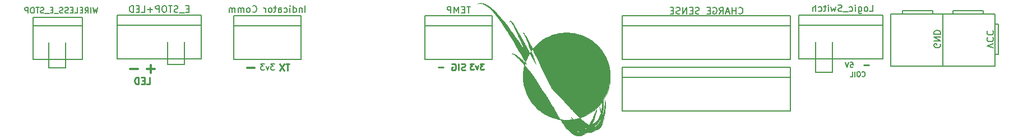
<source format=gbr>
G04 #@! TF.GenerationSoftware,KiCad,Pcbnew,(5.0.0)*
G04 #@! TF.CreationDate,2018-12-16T00:32:28-06:00*
G04 #@! TF.ProjectId,BMS_Hardware,424D535F48617264776172652E6B6963,rev?*
G04 #@! TF.SameCoordinates,Original*
G04 #@! TF.FileFunction,Legend,Bot*
G04 #@! TF.FilePolarity,Positive*
%FSLAX46Y46*%
G04 Gerber Fmt 4.6, Leading zero omitted, Abs format (unit mm)*
G04 Created by KiCad (PCBNEW (5.0.0)) date 12/16/18 00:32:28*
%MOMM*%
%LPD*%
G01*
G04 APERTURE LIST*
%ADD10C,0.300000*%
%ADD11C,0.248000*%
%ADD12C,0.200000*%
%ADD13C,0.222250*%
%ADD14C,0.184500*%
%ADD15C,0.010000*%
%ADD16C,0.150000*%
G04 APERTURE END LIST*
D10*
X62674428Y-63226142D02*
X61531571Y-63226142D01*
X62103000Y-63797571D02*
X62103000Y-62654714D01*
X60134428Y-63226142D02*
X58991571Y-63226142D01*
D11*
X61470714Y-65536261D02*
X61943095Y-65536261D01*
X61943095Y-64544261D01*
X61140047Y-65016642D02*
X60809380Y-65016642D01*
X60667666Y-65536261D02*
X61140047Y-65536261D01*
X61140047Y-64544261D01*
X60667666Y-64544261D01*
X60242523Y-65536261D02*
X60242523Y-64544261D01*
X60006333Y-64544261D01*
X59864619Y-64591500D01*
X59770142Y-64685976D01*
X59722904Y-64780452D01*
X59675666Y-64969404D01*
X59675666Y-65111119D01*
X59722904Y-65300071D01*
X59770142Y-65394547D01*
X59864619Y-65489023D01*
X60006333Y-65536261D01*
X60242523Y-65536261D01*
X170557904Y-62681857D02*
X169802095Y-62681857D01*
X109600619Y-63393523D02*
X109458904Y-63440761D01*
X109222714Y-63440761D01*
X109128238Y-63393523D01*
X109081000Y-63346285D01*
X109033761Y-63251809D01*
X109033761Y-63157333D01*
X109081000Y-63062857D01*
X109128238Y-63015619D01*
X109222714Y-62968380D01*
X109411666Y-62921142D01*
X109506142Y-62873904D01*
X109553380Y-62826666D01*
X109600619Y-62732190D01*
X109600619Y-62637714D01*
X109553380Y-62543238D01*
X109506142Y-62496000D01*
X109411666Y-62448761D01*
X109175476Y-62448761D01*
X109033761Y-62496000D01*
X108608619Y-63440761D02*
X108608619Y-62448761D01*
X107616619Y-62496000D02*
X107711095Y-62448761D01*
X107852809Y-62448761D01*
X107994523Y-62496000D01*
X108089000Y-62590476D01*
X108136238Y-62684952D01*
X108183476Y-62873904D01*
X108183476Y-63015619D01*
X108136238Y-63204571D01*
X108089000Y-63299047D01*
X107994523Y-63393523D01*
X107852809Y-63440761D01*
X107758333Y-63440761D01*
X107616619Y-63393523D01*
X107569380Y-63346285D01*
X107569380Y-63015619D01*
X107758333Y-63015619D01*
D12*
X67183000Y-62611000D02*
X67183000Y-59182000D01*
X64643000Y-62611000D02*
X67183000Y-62611000D01*
X64643000Y-59182000D02*
X64643000Y-62611000D01*
X49276000Y-63119000D02*
X49276000Y-59309000D01*
X46736000Y-63119000D02*
X49276000Y-63119000D01*
X46736000Y-59309000D02*
X46736000Y-63119000D01*
X165100000Y-63754000D02*
X165100000Y-59182000D01*
X162560000Y-63754000D02*
X165100000Y-63754000D01*
X162560000Y-59182000D02*
X162560000Y-63754000D01*
D11*
X106295904Y-62999357D02*
X105540095Y-62999357D01*
D13*
X112411933Y-62454366D02*
X111861600Y-62454366D01*
X112157933Y-62793033D01*
X112030933Y-62793033D01*
X111946266Y-62835366D01*
X111903933Y-62877700D01*
X111861600Y-62962366D01*
X111861600Y-63174033D01*
X111903933Y-63258700D01*
X111946266Y-63301033D01*
X112030933Y-63343366D01*
X112284933Y-63343366D01*
X112369600Y-63301033D01*
X112411933Y-63258700D01*
X111565266Y-62750700D02*
X111353600Y-63343366D01*
X111141933Y-62750700D01*
X110887933Y-62454366D02*
X110337600Y-62454366D01*
X110633933Y-62793033D01*
X110506933Y-62793033D01*
X110422266Y-62835366D01*
X110379933Y-62877700D01*
X110337600Y-62962366D01*
X110337600Y-63174033D01*
X110379933Y-63258700D01*
X110422266Y-63301033D01*
X110506933Y-63343366D01*
X110760933Y-63343366D01*
X110845600Y-63301033D01*
X110887933Y-63258700D01*
D11*
X83051809Y-62512261D02*
X82484952Y-62512261D01*
X82768380Y-63504261D02*
X82768380Y-62512261D01*
X82248761Y-62512261D02*
X81587428Y-63504261D01*
X81587428Y-62512261D02*
X82248761Y-63504261D01*
D14*
X80814333Y-62505166D02*
X80264000Y-62505166D01*
X80560333Y-62843833D01*
X80433333Y-62843833D01*
X80348666Y-62886166D01*
X80306333Y-62928500D01*
X80264000Y-63013166D01*
X80264000Y-63224833D01*
X80306333Y-63309500D01*
X80348666Y-63351833D01*
X80433333Y-63394166D01*
X80687333Y-63394166D01*
X80772000Y-63351833D01*
X80814333Y-63309500D01*
X79967666Y-62801500D02*
X79756000Y-63394166D01*
X79544333Y-62801500D01*
X79290333Y-62505166D02*
X78740000Y-62505166D01*
X79036333Y-62843833D01*
X78909333Y-62843833D01*
X78824666Y-62886166D01*
X78782333Y-62928500D01*
X78740000Y-63013166D01*
X78740000Y-63224833D01*
X78782333Y-63309500D01*
X78824666Y-63351833D01*
X78909333Y-63394166D01*
X79163333Y-63394166D01*
X79248000Y-63351833D01*
X79290333Y-63309500D01*
D10*
X77787428Y-63099142D02*
X76644571Y-63099142D01*
D14*
X167780571Y-62270357D02*
X168132000Y-62270357D01*
X168167142Y-62621785D01*
X168132000Y-62586642D01*
X168061714Y-62551500D01*
X167886000Y-62551500D01*
X167815714Y-62586642D01*
X167780571Y-62621785D01*
X167745428Y-62692071D01*
X167745428Y-62867785D01*
X167780571Y-62938071D01*
X167815714Y-62973214D01*
X167886000Y-63008357D01*
X168061714Y-63008357D01*
X168132000Y-62973214D01*
X168167142Y-62938071D01*
X167534571Y-62270357D02*
X167288571Y-63008357D01*
X167042571Y-62270357D01*
X169542571Y-64335071D02*
X169577714Y-64370214D01*
X169683142Y-64405357D01*
X169753428Y-64405357D01*
X169858857Y-64370214D01*
X169929142Y-64299928D01*
X169964285Y-64229642D01*
X169999428Y-64089071D01*
X169999428Y-63983642D01*
X169964285Y-63843071D01*
X169929142Y-63772785D01*
X169858857Y-63702500D01*
X169753428Y-63667357D01*
X169683142Y-63667357D01*
X169577714Y-63702500D01*
X169542571Y-63737642D01*
X169085714Y-63667357D02*
X168945142Y-63667357D01*
X168874857Y-63702500D01*
X168804571Y-63772785D01*
X168769428Y-63913357D01*
X168769428Y-64159357D01*
X168804571Y-64299928D01*
X168874857Y-64370214D01*
X168945142Y-64405357D01*
X169085714Y-64405357D01*
X169156000Y-64370214D01*
X169226285Y-64299928D01*
X169261428Y-64159357D01*
X169261428Y-63913357D01*
X169226285Y-63772785D01*
X169156000Y-63702500D01*
X169085714Y-63667357D01*
X168453142Y-64405357D02*
X168453142Y-63667357D01*
X167750285Y-64405357D02*
X168101714Y-64405357D01*
X168101714Y-63667357D01*
D15*
G04 #@! TO.C,G\002A\002A\002A*
G36*
X111781604Y-53298864D02*
X111650383Y-53317790D01*
X111543544Y-53348851D01*
X111527247Y-53355907D01*
X111461845Y-53386215D01*
X111521987Y-53376041D01*
X111731304Y-53352566D01*
X111927363Y-53354129D01*
X112101256Y-53380634D01*
X112108437Y-53382416D01*
X112311076Y-53449055D01*
X112522241Y-53548912D01*
X112742650Y-53682573D01*
X112973024Y-53850623D01*
X113214084Y-54053649D01*
X113466549Y-54292238D01*
X113731140Y-54566976D01*
X114008578Y-54878449D01*
X114146826Y-55041539D01*
X114274905Y-55196226D01*
X114397266Y-55347069D01*
X114515826Y-55496839D01*
X114632503Y-55648310D01*
X114749214Y-55804251D01*
X114867877Y-55967436D01*
X114990408Y-56140636D01*
X115118727Y-56326623D01*
X115254749Y-56528169D01*
X115400393Y-56748045D01*
X115557576Y-56989024D01*
X115728216Y-57253877D01*
X115914230Y-57545376D01*
X116117535Y-57866293D01*
X116288386Y-58137283D01*
X116677996Y-58765557D01*
X117052730Y-59388398D01*
X117406563Y-59995754D01*
X117495614Y-60152042D01*
X117576091Y-60293246D01*
X117669328Y-60455650D01*
X117767647Y-60625958D01*
X117863373Y-60790873D01*
X117947365Y-60934603D01*
X118031023Y-61078010D01*
X118122791Y-61236825D01*
X118215586Y-61398692D01*
X118302327Y-61551254D01*
X118375930Y-61682155D01*
X118378285Y-61686379D01*
X118441762Y-61800071D01*
X118501981Y-61907568D01*
X118554936Y-62001744D01*
X118596618Y-62075474D01*
X118623024Y-62121635D01*
X118623855Y-62123064D01*
X118674285Y-62209635D01*
X118752112Y-62002780D01*
X118792932Y-61900477D01*
X118843682Y-61782982D01*
X118901816Y-61655292D01*
X118964787Y-61522399D01*
X119030050Y-61389301D01*
X119095059Y-61260990D01*
X119157267Y-61142462D01*
X119214129Y-61038712D01*
X119263098Y-60954735D01*
X119301629Y-60895525D01*
X119327176Y-60866077D01*
X119332726Y-60863723D01*
X119346196Y-60880484D01*
X119375112Y-60926961D01*
X119416137Y-60997447D01*
X119465937Y-61086234D01*
X119511388Y-61169445D01*
X119584777Y-61304818D01*
X119663472Y-61449054D01*
X119745078Y-61597846D01*
X119827197Y-61746886D01*
X119907432Y-61891864D01*
X119983387Y-62028474D01*
X120052666Y-62152407D01*
X120112871Y-62259355D01*
X120161606Y-62345010D01*
X120196474Y-62405064D01*
X120215079Y-62435208D01*
X120216791Y-62437440D01*
X120218181Y-62428640D01*
X120207525Y-62389115D01*
X120186848Y-62325684D01*
X120166168Y-62267038D01*
X120115946Y-62129044D01*
X120060120Y-61976817D01*
X120000286Y-61814607D01*
X119938039Y-61646663D01*
X119874974Y-61477236D01*
X119812688Y-61310576D01*
X119752777Y-61150933D01*
X119696835Y-61002557D01*
X119646459Y-60869698D01*
X119603244Y-60756605D01*
X119568787Y-60667530D01*
X119544681Y-60606722D01*
X119532524Y-60578431D01*
X119531664Y-60577046D01*
X119514755Y-60584886D01*
X119483040Y-60619979D01*
X119442593Y-60675349D01*
X119431322Y-60692319D01*
X119389506Y-60754121D01*
X119355424Y-60800124D01*
X119335175Y-60822212D01*
X119333090Y-60823055D01*
X119320397Y-60805989D01*
X119291861Y-60758500D01*
X119250337Y-60685634D01*
X119198677Y-60592439D01*
X119139734Y-60483959D01*
X119109912Y-60428351D01*
X119039680Y-60297587D01*
X118955595Y-60142214D01*
X118863328Y-59972638D01*
X118768551Y-59799270D01*
X118676936Y-59632517D01*
X118621327Y-59531805D01*
X118540604Y-59385717D01*
X118445781Y-59213700D01*
X118341954Y-59025026D01*
X118234221Y-58828965D01*
X118127677Y-58634789D01*
X118027420Y-58451769D01*
X117992468Y-58387875D01*
X117830025Y-58093146D01*
X117670467Y-57808241D01*
X117515524Y-57536059D01*
X117366924Y-57279499D01*
X117226395Y-57041462D01*
X117095666Y-56824846D01*
X116976465Y-56632552D01*
X116870520Y-56467479D01*
X116779559Y-56332526D01*
X116710855Y-56237803D01*
X116614617Y-56121760D01*
X116528786Y-56038327D01*
X116454784Y-55988297D01*
X116394034Y-55972466D01*
X116347958Y-55991626D01*
X116326547Y-56023230D01*
X116306701Y-56076781D01*
X116303285Y-56108265D01*
X116314580Y-56112469D01*
X116338864Y-56084182D01*
X116343988Y-56076050D01*
X116382673Y-56029063D01*
X116418614Y-56015930D01*
X116419090Y-56016015D01*
X116456766Y-56040064D01*
X116508946Y-56100114D01*
X116574996Y-56195041D01*
X116654282Y-56323721D01*
X116746170Y-56485027D01*
X116850026Y-56677835D01*
X116965217Y-56901021D01*
X117091107Y-57153458D01*
X117227064Y-57434022D01*
X117275584Y-57535862D01*
X117323368Y-57637682D01*
X117381691Y-57763805D01*
X117449085Y-57910931D01*
X117524082Y-58075761D01*
X117605216Y-58254996D01*
X117691019Y-58445336D01*
X117780022Y-58643481D01*
X117870760Y-58846134D01*
X117961764Y-59049993D01*
X118051566Y-59251761D01*
X118138700Y-59448137D01*
X118221697Y-59635822D01*
X118299091Y-59811518D01*
X118369414Y-59971924D01*
X118431198Y-60113741D01*
X118482975Y-60233670D01*
X118523279Y-60328411D01*
X118550642Y-60394666D01*
X118563596Y-60429135D01*
X118564356Y-60433379D01*
X118552082Y-60419034D01*
X118520653Y-60375807D01*
X118473176Y-60308160D01*
X118412761Y-60220557D01*
X118342517Y-60117458D01*
X118287970Y-60036687D01*
X118197040Y-59902400D01*
X118089388Y-59744831D01*
X117967761Y-59567905D01*
X117834907Y-59375550D01*
X117693573Y-59171690D01*
X117546508Y-58960251D01*
X117396460Y-58745159D01*
X117246175Y-58530341D01*
X117098403Y-58319721D01*
X116955891Y-58117225D01*
X116821386Y-57926781D01*
X116697637Y-57752312D01*
X116587391Y-57597746D01*
X116493396Y-57467008D01*
X116418400Y-57364023D01*
X116397243Y-57335388D01*
X116031288Y-56848774D01*
X115682293Y-56397339D01*
X115349500Y-55980294D01*
X115032155Y-55596850D01*
X114729498Y-55246218D01*
X114440775Y-54927610D01*
X114165228Y-54640236D01*
X113902101Y-54383307D01*
X113650637Y-54156034D01*
X113410078Y-53957628D01*
X113179670Y-53787301D01*
X112958654Y-53644262D01*
X112746274Y-53527724D01*
X112744876Y-53527029D01*
X112586565Y-53451475D01*
X112451824Y-53394757D01*
X112330785Y-53353591D01*
X112213578Y-53324693D01*
X112090333Y-53304779D01*
X112069159Y-53302179D01*
X111925199Y-53293264D01*
X111781604Y-53298864D01*
X111781604Y-53298864D01*
G37*
X111781604Y-53298864D02*
X111650383Y-53317790D01*
X111543544Y-53348851D01*
X111527247Y-53355907D01*
X111461845Y-53386215D01*
X111521987Y-53376041D01*
X111731304Y-53352566D01*
X111927363Y-53354129D01*
X112101256Y-53380634D01*
X112108437Y-53382416D01*
X112311076Y-53449055D01*
X112522241Y-53548912D01*
X112742650Y-53682573D01*
X112973024Y-53850623D01*
X113214084Y-54053649D01*
X113466549Y-54292238D01*
X113731140Y-54566976D01*
X114008578Y-54878449D01*
X114146826Y-55041539D01*
X114274905Y-55196226D01*
X114397266Y-55347069D01*
X114515826Y-55496839D01*
X114632503Y-55648310D01*
X114749214Y-55804251D01*
X114867877Y-55967436D01*
X114990408Y-56140636D01*
X115118727Y-56326623D01*
X115254749Y-56528169D01*
X115400393Y-56748045D01*
X115557576Y-56989024D01*
X115728216Y-57253877D01*
X115914230Y-57545376D01*
X116117535Y-57866293D01*
X116288386Y-58137283D01*
X116677996Y-58765557D01*
X117052730Y-59388398D01*
X117406563Y-59995754D01*
X117495614Y-60152042D01*
X117576091Y-60293246D01*
X117669328Y-60455650D01*
X117767647Y-60625958D01*
X117863373Y-60790873D01*
X117947365Y-60934603D01*
X118031023Y-61078010D01*
X118122791Y-61236825D01*
X118215586Y-61398692D01*
X118302327Y-61551254D01*
X118375930Y-61682155D01*
X118378285Y-61686379D01*
X118441762Y-61800071D01*
X118501981Y-61907568D01*
X118554936Y-62001744D01*
X118596618Y-62075474D01*
X118623024Y-62121635D01*
X118623855Y-62123064D01*
X118674285Y-62209635D01*
X118752112Y-62002780D01*
X118792932Y-61900477D01*
X118843682Y-61782982D01*
X118901816Y-61655292D01*
X118964787Y-61522399D01*
X119030050Y-61389301D01*
X119095059Y-61260990D01*
X119157267Y-61142462D01*
X119214129Y-61038712D01*
X119263098Y-60954735D01*
X119301629Y-60895525D01*
X119327176Y-60866077D01*
X119332726Y-60863723D01*
X119346196Y-60880484D01*
X119375112Y-60926961D01*
X119416137Y-60997447D01*
X119465937Y-61086234D01*
X119511388Y-61169445D01*
X119584777Y-61304818D01*
X119663472Y-61449054D01*
X119745078Y-61597846D01*
X119827197Y-61746886D01*
X119907432Y-61891864D01*
X119983387Y-62028474D01*
X120052666Y-62152407D01*
X120112871Y-62259355D01*
X120161606Y-62345010D01*
X120196474Y-62405064D01*
X120215079Y-62435208D01*
X120216791Y-62437440D01*
X120218181Y-62428640D01*
X120207525Y-62389115D01*
X120186848Y-62325684D01*
X120166168Y-62267038D01*
X120115946Y-62129044D01*
X120060120Y-61976817D01*
X120000286Y-61814607D01*
X119938039Y-61646663D01*
X119874974Y-61477236D01*
X119812688Y-61310576D01*
X119752777Y-61150933D01*
X119696835Y-61002557D01*
X119646459Y-60869698D01*
X119603244Y-60756605D01*
X119568787Y-60667530D01*
X119544681Y-60606722D01*
X119532524Y-60578431D01*
X119531664Y-60577046D01*
X119514755Y-60584886D01*
X119483040Y-60619979D01*
X119442593Y-60675349D01*
X119431322Y-60692319D01*
X119389506Y-60754121D01*
X119355424Y-60800124D01*
X119335175Y-60822212D01*
X119333090Y-60823055D01*
X119320397Y-60805989D01*
X119291861Y-60758500D01*
X119250337Y-60685634D01*
X119198677Y-60592439D01*
X119139734Y-60483959D01*
X119109912Y-60428351D01*
X119039680Y-60297587D01*
X118955595Y-60142214D01*
X118863328Y-59972638D01*
X118768551Y-59799270D01*
X118676936Y-59632517D01*
X118621327Y-59531805D01*
X118540604Y-59385717D01*
X118445781Y-59213700D01*
X118341954Y-59025026D01*
X118234221Y-58828965D01*
X118127677Y-58634789D01*
X118027420Y-58451769D01*
X117992468Y-58387875D01*
X117830025Y-58093146D01*
X117670467Y-57808241D01*
X117515524Y-57536059D01*
X117366924Y-57279499D01*
X117226395Y-57041462D01*
X117095666Y-56824846D01*
X116976465Y-56632552D01*
X116870520Y-56467479D01*
X116779559Y-56332526D01*
X116710855Y-56237803D01*
X116614617Y-56121760D01*
X116528786Y-56038327D01*
X116454784Y-55988297D01*
X116394034Y-55972466D01*
X116347958Y-55991626D01*
X116326547Y-56023230D01*
X116306701Y-56076781D01*
X116303285Y-56108265D01*
X116314580Y-56112469D01*
X116338864Y-56084182D01*
X116343988Y-56076050D01*
X116382673Y-56029063D01*
X116418614Y-56015930D01*
X116419090Y-56016015D01*
X116456766Y-56040064D01*
X116508946Y-56100114D01*
X116574996Y-56195041D01*
X116654282Y-56323721D01*
X116746170Y-56485027D01*
X116850026Y-56677835D01*
X116965217Y-56901021D01*
X117091107Y-57153458D01*
X117227064Y-57434022D01*
X117275584Y-57535862D01*
X117323368Y-57637682D01*
X117381691Y-57763805D01*
X117449085Y-57910931D01*
X117524082Y-58075761D01*
X117605216Y-58254996D01*
X117691019Y-58445336D01*
X117780022Y-58643481D01*
X117870760Y-58846134D01*
X117961764Y-59049993D01*
X118051566Y-59251761D01*
X118138700Y-59448137D01*
X118221697Y-59635822D01*
X118299091Y-59811518D01*
X118369414Y-59971924D01*
X118431198Y-60113741D01*
X118482975Y-60233670D01*
X118523279Y-60328411D01*
X118550642Y-60394666D01*
X118563596Y-60429135D01*
X118564356Y-60433379D01*
X118552082Y-60419034D01*
X118520653Y-60375807D01*
X118473176Y-60308160D01*
X118412761Y-60220557D01*
X118342517Y-60117458D01*
X118287970Y-60036687D01*
X118197040Y-59902400D01*
X118089388Y-59744831D01*
X117967761Y-59567905D01*
X117834907Y-59375550D01*
X117693573Y-59171690D01*
X117546508Y-58960251D01*
X117396460Y-58745159D01*
X117246175Y-58530341D01*
X117098403Y-58319721D01*
X116955891Y-58117225D01*
X116821386Y-57926781D01*
X116697637Y-57752312D01*
X116587391Y-57597746D01*
X116493396Y-57467008D01*
X116418400Y-57364023D01*
X116397243Y-57335388D01*
X116031288Y-56848774D01*
X115682293Y-56397339D01*
X115349500Y-55980294D01*
X115032155Y-55596850D01*
X114729498Y-55246218D01*
X114440775Y-54927610D01*
X114165228Y-54640236D01*
X113902101Y-54383307D01*
X113650637Y-54156034D01*
X113410078Y-53957628D01*
X113179670Y-53787301D01*
X112958654Y-53644262D01*
X112746274Y-53527724D01*
X112744876Y-53527029D01*
X112586565Y-53451475D01*
X112451824Y-53394757D01*
X112330785Y-53353591D01*
X112213578Y-53324693D01*
X112090333Y-53304779D01*
X112069159Y-53302179D01*
X111925199Y-53293264D01*
X111781604Y-53298864D01*
G36*
X120232563Y-62477535D02*
X120242587Y-62487559D01*
X120252611Y-62477535D01*
X120242587Y-62467512D01*
X120232563Y-62477535D01*
X120232563Y-62477535D01*
G37*
X120232563Y-62477535D02*
X120242587Y-62487559D01*
X120252611Y-62477535D01*
X120242587Y-62467512D01*
X120232563Y-62477535D01*
G36*
X118351730Y-57768311D02*
X118362228Y-57792474D01*
X118396369Y-57843875D01*
X118415957Y-57871609D01*
X118452599Y-57925696D01*
X118488500Y-57985063D01*
X118525913Y-58054459D01*
X118567092Y-58138630D01*
X118614288Y-58242323D01*
X118669755Y-58370288D01*
X118735745Y-58527270D01*
X118794494Y-58669324D01*
X118844459Y-58791983D01*
X118906083Y-58945288D01*
X118976694Y-59122441D01*
X119053620Y-59316642D01*
X119134190Y-59521092D01*
X119215732Y-59728991D01*
X119295574Y-59933541D01*
X119371045Y-60127941D01*
X119439473Y-60305393D01*
X119498187Y-60459096D01*
X119509869Y-60489934D01*
X119531510Y-60547163D01*
X119643956Y-60393188D01*
X119693673Y-60328814D01*
X119735655Y-60281288D01*
X119764092Y-60256835D01*
X119772181Y-60255769D01*
X119783400Y-60276236D01*
X119810516Y-60329787D01*
X119852040Y-60413377D01*
X119906483Y-60523961D01*
X119972354Y-60658494D01*
X120048165Y-60813931D01*
X120132425Y-60987229D01*
X120223645Y-61175341D01*
X120320336Y-61375223D01*
X120358922Y-61455120D01*
X120581072Y-61915054D01*
X120787214Y-62341269D01*
X120978565Y-62736256D01*
X121156343Y-63102502D01*
X121321764Y-63442495D01*
X121476045Y-63758725D01*
X121620404Y-64053679D01*
X121756057Y-64329847D01*
X121884222Y-64589716D01*
X122006115Y-64835775D01*
X122122955Y-65070513D01*
X122235957Y-65296417D01*
X122300281Y-65424497D01*
X122387460Y-65598865D01*
X122461904Y-65748761D01*
X122526259Y-65877626D01*
X122583174Y-65988904D01*
X122635296Y-66086034D01*
X122685272Y-66172460D01*
X122735750Y-66251624D01*
X122789378Y-66326966D01*
X122848804Y-66401929D01*
X122916674Y-66479954D01*
X122995637Y-66564484D01*
X123088340Y-66658961D01*
X123197430Y-66766825D01*
X123325556Y-66891520D01*
X123475364Y-67036487D01*
X123649503Y-67205167D01*
X123730827Y-67284197D01*
X123877512Y-67427727D01*
X124021021Y-67569650D01*
X124157608Y-67706161D01*
X124283529Y-67833453D01*
X124395039Y-67947720D01*
X124488395Y-68045156D01*
X124559851Y-68121953D01*
X124601445Y-68169203D01*
X124714566Y-68302210D01*
X124851739Y-68459484D01*
X125008950Y-68636656D01*
X125182189Y-68829356D01*
X125367443Y-69033216D01*
X125560700Y-69243864D01*
X125757949Y-69456933D01*
X125955178Y-69668052D01*
X126148375Y-69872853D01*
X126333527Y-70066965D01*
X126506624Y-70246019D01*
X126534948Y-70275040D01*
X126630743Y-70373321D01*
X126716278Y-70461609D01*
X126787853Y-70536043D01*
X126841774Y-70592764D01*
X126874343Y-70627913D01*
X126882520Y-70637933D01*
X126857879Y-70646712D01*
X126802050Y-70662774D01*
X126722850Y-70684126D01*
X126628099Y-70708776D01*
X126525614Y-70734729D01*
X126423213Y-70759994D01*
X126328715Y-70782577D01*
X126249939Y-70800486D01*
X126219504Y-70806939D01*
X126090753Y-70831216D01*
X125997184Y-70844002D01*
X125935638Y-70845531D01*
X125902954Y-70836038D01*
X125898114Y-70830774D01*
X125878961Y-70811877D01*
X125835622Y-70774321D01*
X125775372Y-70724305D01*
X125731540Y-70688814D01*
X125575184Y-70563385D01*
X125891604Y-70861825D01*
X125823607Y-70873994D01*
X125703084Y-70891426D01*
X125558629Y-70905547D01*
X125395715Y-70916397D01*
X125219816Y-70924015D01*
X125036404Y-70928442D01*
X124850955Y-70929718D01*
X124668940Y-70927883D01*
X124495833Y-70922977D01*
X124337108Y-70915040D01*
X124198238Y-70904111D01*
X124084697Y-70890233D01*
X124001958Y-70873443D01*
X123966108Y-70860397D01*
X123943185Y-70836744D01*
X123902612Y-70781775D01*
X123846552Y-70699031D01*
X123777167Y-70592053D01*
X123696618Y-70464385D01*
X123607067Y-70319566D01*
X123510678Y-70161140D01*
X123409610Y-69992647D01*
X123306027Y-69817630D01*
X123202089Y-69639630D01*
X123099960Y-69462189D01*
X123001801Y-69288849D01*
X122948546Y-69193399D01*
X122864038Y-69043609D01*
X122773276Y-68887222D01*
X122681551Y-68733049D01*
X122594155Y-68589899D01*
X122516378Y-68466583D01*
X122466928Y-68391505D01*
X122392943Y-68278536D01*
X122307021Y-68141284D01*
X122215926Y-67990931D01*
X122126422Y-67838662D01*
X122045273Y-67695658D01*
X122037154Y-67680985D01*
X121937525Y-67504971D01*
X121839553Y-67342293D01*
X121736193Y-67182014D01*
X121620395Y-67013200D01*
X121488078Y-66828973D01*
X121204733Y-66433087D01*
X120936981Y-66041954D01*
X120678597Y-65645927D01*
X120423356Y-65235360D01*
X120165034Y-64800605D01*
X120044997Y-64592531D01*
X119972968Y-64468758D01*
X119907422Y-64361920D01*
X119842453Y-64263644D01*
X119772151Y-64165558D01*
X119690609Y-64059291D01*
X119591919Y-63936472D01*
X119521543Y-63850779D01*
X119424415Y-63732962D01*
X119327803Y-63615444D01*
X119237185Y-63504912D01*
X119158040Y-63408053D01*
X119095845Y-63331557D01*
X119069956Y-63299477D01*
X119007651Y-63222724D01*
X118928765Y-63126751D01*
X118842671Y-63022900D01*
X118758740Y-62922513D01*
X118744864Y-62906017D01*
X118676526Y-62823271D01*
X118618540Y-62750015D01*
X118575434Y-62692216D01*
X118551739Y-62655836D01*
X118548586Y-62647563D01*
X118553934Y-62617458D01*
X118567696Y-62562747D01*
X118586448Y-62495212D01*
X118606765Y-62426638D01*
X118625223Y-62368808D01*
X118638398Y-62333506D01*
X118641324Y-62328430D01*
X118658828Y-62336548D01*
X118696444Y-62366339D01*
X118743093Y-62408620D01*
X118789358Y-62450311D01*
X118811016Y-62464125D01*
X118806817Y-62449287D01*
X118805712Y-62447464D01*
X118777684Y-62398729D01*
X118743203Y-62334722D01*
X118729599Y-62308415D01*
X118702241Y-62256991D01*
X118685463Y-62237023D01*
X118672252Y-62243936D01*
X118660743Y-62263494D01*
X118649953Y-62279896D01*
X118636327Y-62285517D01*
X118614710Y-62277135D01*
X118579949Y-62251525D01*
X118526891Y-62205468D01*
X118450383Y-62135740D01*
X118437520Y-62123917D01*
X118210618Y-61917048D01*
X118008476Y-61736630D01*
X117828109Y-61580174D01*
X117666530Y-61445187D01*
X117520752Y-61329180D01*
X117387790Y-61229662D01*
X117264656Y-61144141D01*
X117255531Y-61138088D01*
X117092327Y-61037032D01*
X116952674Y-60965096D01*
X116837265Y-60922526D01*
X116746796Y-60909569D01*
X116681962Y-60926470D01*
X116674158Y-60931850D01*
X116652757Y-60950595D01*
X116656741Y-60959750D01*
X116691917Y-60962882D01*
X116725363Y-60963322D01*
X116814738Y-60976578D01*
X116903416Y-61018997D01*
X116907364Y-61021481D01*
X116977581Y-61071093D01*
X117068524Y-61142831D01*
X117172804Y-61230236D01*
X117283033Y-61326848D01*
X117391822Y-61426207D01*
X117491781Y-61521855D01*
X117566265Y-61597499D01*
X117628125Y-61663438D01*
X117706488Y-61747976D01*
X117797242Y-61846582D01*
X117896272Y-61954724D01*
X117999465Y-62067869D01*
X118102708Y-62181485D01*
X118201888Y-62291042D01*
X118292890Y-62392007D01*
X118371602Y-62479847D01*
X118433909Y-62550032D01*
X118475699Y-62598030D01*
X118489408Y-62614539D01*
X118533593Y-62670712D01*
X118479371Y-62914929D01*
X118434830Y-63127050D01*
X118400197Y-63321181D01*
X118374161Y-63508655D01*
X118355412Y-63700805D01*
X118342640Y-63908966D01*
X118334533Y-64144471D01*
X118333848Y-64173484D01*
X118331336Y-64499395D01*
X118340072Y-64796901D01*
X118361096Y-65076367D01*
X118395447Y-65348161D01*
X118444164Y-65622650D01*
X118507625Y-65907474D01*
X118646396Y-66396144D01*
X118821830Y-66870323D01*
X119032516Y-67328086D01*
X119277041Y-67767505D01*
X119553993Y-68186654D01*
X119861961Y-68583608D01*
X120199533Y-68956441D01*
X120565297Y-69303226D01*
X120957841Y-69622037D01*
X121375753Y-69910948D01*
X121497655Y-69986546D01*
X121913695Y-70217505D01*
X122348901Y-70419539D01*
X122796604Y-70590136D01*
X123250136Y-70726782D01*
X123702828Y-70826967D01*
X123750874Y-70835412D01*
X123856259Y-70856862D01*
X123924256Y-70878986D01*
X123957053Y-70901916D01*
X123975239Y-70927849D01*
X124012703Y-70981866D01*
X124066019Y-71059004D01*
X124131758Y-71154300D01*
X124206495Y-71262793D01*
X124265463Y-71348490D01*
X124485466Y-71660828D01*
X124692427Y-71938615D01*
X124888602Y-72184362D01*
X125076250Y-72400579D01*
X125257627Y-72589775D01*
X125434990Y-72754462D01*
X125610598Y-72897149D01*
X125743128Y-72991652D01*
X125859933Y-73062970D01*
X125994400Y-73133652D01*
X126133773Y-73197796D01*
X126265298Y-73249496D01*
X126368078Y-73280916D01*
X126532481Y-73310105D01*
X126710381Y-73323085D01*
X126884302Y-73319257D01*
X127012443Y-73303014D01*
X127250012Y-73237622D01*
X127477700Y-73133447D01*
X127695199Y-72990639D01*
X127770488Y-72930186D01*
X127828601Y-72884932D01*
X127875905Y-72861442D01*
X127929687Y-72852873D01*
X127967911Y-72852042D01*
X128236570Y-72836296D01*
X128509172Y-72790825D01*
X128574004Y-72773229D01*
X127092452Y-72773229D01*
X127064698Y-72790637D01*
X127038641Y-72798775D01*
X127000617Y-72803149D01*
X126934850Y-72805293D01*
X126853643Y-72804888D01*
X126828144Y-72804223D01*
X126711201Y-72795779D01*
X126614706Y-72776355D01*
X126531868Y-72747381D01*
X126396356Y-72685508D01*
X126275083Y-72614652D01*
X126157236Y-72527388D01*
X126032004Y-72416288D01*
X125987607Y-72373513D01*
X125922088Y-72308244D01*
X125873390Y-72257455D01*
X125845120Y-72225108D01*
X125840886Y-72215167D01*
X125845823Y-72217761D01*
X126053031Y-72346454D01*
X126232069Y-72449080D01*
X126384465Y-72526513D01*
X126391759Y-72529899D01*
X126499343Y-72576011D01*
X126622558Y-72623135D01*
X126750259Y-72667521D01*
X126871299Y-72705423D01*
X126974534Y-72733091D01*
X127028867Y-72744147D01*
X127080435Y-72757321D01*
X127092452Y-72773229D01*
X128574004Y-72773229D01*
X128776484Y-72718275D01*
X129029269Y-72621294D01*
X129258290Y-72502530D01*
X129317976Y-72465027D01*
X129387009Y-72424861D01*
X129454865Y-72393641D01*
X129494442Y-72381148D01*
X129546641Y-72365640D01*
X129620007Y-72337628D01*
X129699949Y-72302747D01*
X129711609Y-72297269D01*
X129871979Y-72199273D01*
X129872239Y-72199029D01*
X127919973Y-72199029D01*
X127913323Y-72214923D01*
X127894584Y-72236413D01*
X127890162Y-72241121D01*
X127865082Y-72265852D01*
X127840157Y-72281143D01*
X127807635Y-72287225D01*
X127759764Y-72284335D01*
X127688790Y-72272704D01*
X127586962Y-72252569D01*
X127577114Y-72250570D01*
X127495191Y-72232303D01*
X127401335Y-72208804D01*
X127302804Y-72182220D01*
X127206853Y-72154695D01*
X127120738Y-72128377D01*
X127051714Y-72105411D01*
X127007037Y-72087943D01*
X126993963Y-72078119D01*
X126993979Y-72078104D01*
X127015662Y-72078021D01*
X127067198Y-72084107D01*
X127139032Y-72095148D01*
X127169629Y-72100386D01*
X127257088Y-72113692D01*
X127369836Y-72127882D01*
X127493152Y-72141233D01*
X127609297Y-72151785D01*
X127732773Y-72161862D01*
X127820934Y-72170148D01*
X127878424Y-72178119D01*
X127909888Y-72187254D01*
X127919973Y-72199029D01*
X129872239Y-72199029D01*
X130011032Y-72068786D01*
X130127427Y-71908081D01*
X130219820Y-71719431D01*
X130286871Y-71505110D01*
X130327237Y-71267391D01*
X130328868Y-71251557D01*
X130342974Y-71165351D01*
X130367748Y-71063130D01*
X130398074Y-70965736D01*
X130401030Y-70957567D01*
X130479500Y-70716047D01*
X130489596Y-70676904D01*
X130098938Y-70676904D01*
X130090193Y-70820296D01*
X130081332Y-70907617D01*
X130063288Y-70979208D01*
X130030292Y-71054113D01*
X130005162Y-71100959D01*
X129834574Y-71376885D01*
X129649360Y-71616578D01*
X129448246Y-71821615D01*
X129364134Y-71893411D01*
X129243850Y-71990855D01*
X129113542Y-71978429D01*
X129045665Y-71970928D01*
X128995584Y-71963465D01*
X128974881Y-71957957D01*
X128970586Y-71952560D01*
X128974413Y-71945442D01*
X128992663Y-71932142D01*
X129031639Y-71908196D01*
X129097643Y-71869143D01*
X129113542Y-71859775D01*
X129332646Y-71712140D01*
X129529385Y-71539505D01*
X129706960Y-71338298D01*
X129868575Y-71104948D01*
X129999292Y-70871828D01*
X130098938Y-70676904D01*
X130489596Y-70676904D01*
X130550816Y-70439568D01*
X130614014Y-70132788D01*
X130668130Y-69800362D01*
X130710358Y-69464039D01*
X130719569Y-69359073D01*
X130727297Y-69231361D01*
X130733500Y-69086984D01*
X130738136Y-68932026D01*
X130741161Y-68772566D01*
X130742533Y-68614688D01*
X130742210Y-68464473D01*
X130740148Y-68328003D01*
X130736306Y-68211361D01*
X130730641Y-68120627D01*
X130723110Y-68061885D01*
X130720255Y-68050700D01*
X130709205Y-68020373D01*
X130703066Y-68018837D01*
X130700111Y-68050142D01*
X130698892Y-68100819D01*
X130692384Y-68260094D01*
X130678356Y-68449238D01*
X130657994Y-68658977D01*
X130632483Y-68880043D01*
X130603010Y-69103162D01*
X130570759Y-69319066D01*
X130536916Y-69518481D01*
X130502666Y-69692139D01*
X130486084Y-69765064D01*
X130455453Y-69887159D01*
X130422988Y-70007577D01*
X130390543Y-70120357D01*
X130359970Y-70219541D01*
X130333126Y-70299168D01*
X130311864Y-70353281D01*
X130298039Y-70375918D01*
X130296000Y-70375985D01*
X130277585Y-70343533D01*
X130268380Y-70279783D01*
X130268371Y-70192458D01*
X130277542Y-70089280D01*
X130295879Y-69977970D01*
X130296770Y-69973617D01*
X130325810Y-69824199D01*
X130349407Y-69681185D01*
X130368120Y-69537769D01*
X130382507Y-69387145D01*
X130393127Y-69222506D01*
X130400538Y-69037046D01*
X130405298Y-68823958D01*
X130407629Y-68622050D01*
X130410753Y-68231631D01*
X130295355Y-68231631D01*
X130293430Y-68309529D01*
X130289453Y-68406522D01*
X130283773Y-68515651D01*
X130276740Y-68629957D01*
X130268702Y-68742478D01*
X130260007Y-68846257D01*
X130254486Y-68902713D01*
X130243350Y-68996811D01*
X130228553Y-69104712D01*
X130211412Y-69218544D01*
X130193244Y-69330437D01*
X130175364Y-69432518D01*
X130159089Y-69516918D01*
X130145735Y-69575764D01*
X130138017Y-69599195D01*
X130127193Y-69591053D01*
X130107338Y-69550899D01*
X130081166Y-69485057D01*
X130051390Y-69399851D01*
X130047727Y-69388698D01*
X130002626Y-69254200D01*
X129962293Y-69141257D01*
X129928255Y-69053709D01*
X129902037Y-68995397D01*
X129885165Y-68970161D01*
X129881439Y-68970122D01*
X129882113Y-68991829D01*
X129890098Y-69044927D01*
X129904072Y-69121654D01*
X129922710Y-69214247D01*
X129924589Y-69223178D01*
X129950186Y-69349571D01*
X129977448Y-69492590D01*
X130002412Y-69631076D01*
X130015254Y-69706968D01*
X130054282Y-69946190D01*
X129993363Y-70121097D01*
X129942388Y-70255221D01*
X129879354Y-70402299D01*
X129809571Y-70551283D01*
X129738346Y-70691126D01*
X129670989Y-70810784D01*
X129633385Y-70870155D01*
X129537787Y-70996766D01*
X129421776Y-71127195D01*
X129297507Y-71248821D01*
X129177136Y-71349023D01*
X129160458Y-71361217D01*
X129099783Y-71401115D01*
X129025066Y-71445073D01*
X128944312Y-71489042D01*
X128865528Y-71528974D01*
X128796720Y-71560820D01*
X128745895Y-71580532D01*
X128721058Y-71584059D01*
X128720571Y-71583670D01*
X128724262Y-71562828D01*
X128741597Y-71515244D01*
X128769050Y-71450408D01*
X128775149Y-71436855D01*
X128834336Y-71300649D01*
X128900917Y-71137610D01*
X128970532Y-70959239D01*
X129038823Y-70777037D01*
X129101432Y-70602505D01*
X129154000Y-70447145D01*
X129173321Y-70386217D01*
X129206730Y-70274545D01*
X129242776Y-70148332D01*
X129279837Y-70013878D01*
X129316292Y-69877486D01*
X129350517Y-69745456D01*
X129380891Y-69624089D01*
X129405791Y-69519686D01*
X129423596Y-69438549D01*
X129432683Y-69386979D01*
X129433508Y-69375552D01*
X129426199Y-69383233D01*
X129405810Y-69424210D01*
X129374064Y-69494518D01*
X129332686Y-69590192D01*
X129283398Y-69707266D01*
X129227925Y-69841774D01*
X129185934Y-69945175D01*
X129097896Y-70161539D01*
X129020491Y-70347299D01*
X128950450Y-70509459D01*
X128884501Y-70655021D01*
X128819376Y-70790990D01*
X128751805Y-70924368D01*
X128678517Y-71062160D01*
X128596244Y-71211368D01*
X128587355Y-71227261D01*
X128507396Y-71369027D01*
X128443617Y-71479185D01*
X128393369Y-71561520D01*
X128354000Y-71619822D01*
X128322858Y-71657877D01*
X128297294Y-71679474D01*
X128274656Y-71688400D01*
X128263973Y-71689295D01*
X128227639Y-71678617D01*
X128167771Y-71649795D01*
X128093699Y-71607651D01*
X128038023Y-71572562D01*
X127956305Y-71516336D01*
X127855102Y-71442841D01*
X127745718Y-71360488D01*
X127639459Y-71277688D01*
X127609823Y-71253972D01*
X127590606Y-71238230D01*
X126427196Y-71238230D01*
X126417173Y-71248253D01*
X126407149Y-71238230D01*
X126417173Y-71228206D01*
X126427196Y-71238230D01*
X127590606Y-71238230D01*
X127569915Y-71221281D01*
X126387102Y-71221281D01*
X126371777Y-71217484D01*
X126325970Y-71188112D01*
X126249929Y-71133341D01*
X126143906Y-71053349D01*
X126090138Y-71011997D01*
X126022625Y-70958369D01*
X125970099Y-70913810D01*
X125938728Y-70883739D01*
X125932866Y-70873865D01*
X125950523Y-70882360D01*
X125992510Y-70910693D01*
X126051911Y-70953578D01*
X126121812Y-71005724D01*
X126195298Y-71061844D01*
X126265455Y-71116649D01*
X126325368Y-71164850D01*
X126368121Y-71201159D01*
X126386801Y-71220287D01*
X126387102Y-71221281D01*
X127569915Y-71221281D01*
X127523536Y-71183290D01*
X127428798Y-71103780D01*
X127330200Y-71019508D01*
X127232333Y-70934538D01*
X127139786Y-70852935D01*
X127057150Y-70778765D01*
X126989015Y-70716091D01*
X126939972Y-70668980D01*
X126914611Y-70641496D01*
X126912318Y-70636299D01*
X126932372Y-70627511D01*
X126982629Y-70607871D01*
X127055617Y-70580242D01*
X127143864Y-70547488D01*
X127148374Y-70545830D01*
X127615300Y-70353680D01*
X128066036Y-70127178D01*
X128497873Y-69868323D01*
X128908105Y-69579116D01*
X129294024Y-69261559D01*
X129652922Y-68917652D01*
X129982093Y-68549395D01*
X130165141Y-68316328D01*
X130215764Y-68249888D01*
X130257515Y-68197630D01*
X130284702Y-68166543D01*
X130291657Y-68160961D01*
X130294881Y-68179788D01*
X130295355Y-68231631D01*
X130410753Y-68231631D01*
X130412844Y-67970511D01*
X130546883Y-67749990D01*
X130791543Y-67309215D01*
X131000430Y-66850701D01*
X131173618Y-66374225D01*
X131311183Y-65879565D01*
X131413199Y-65366496D01*
X131461564Y-65013526D01*
X131470910Y-64901882D01*
X131477841Y-64759377D01*
X131482355Y-64595173D01*
X131484453Y-64418432D01*
X131484136Y-64238315D01*
X131481402Y-64063983D01*
X131476252Y-63904598D01*
X131468686Y-63769321D01*
X131461564Y-63690400D01*
X131382898Y-63163919D01*
X131268157Y-62654922D01*
X131117303Y-62163317D01*
X130930300Y-61689014D01*
X130707110Y-61231921D01*
X130447695Y-60791948D01*
X130152018Y-60369003D01*
X130037741Y-60222208D01*
X129935682Y-60100620D01*
X129811363Y-59961938D01*
X129673216Y-59814869D01*
X129529671Y-59668121D01*
X129389159Y-59530401D01*
X129260112Y-59410416D01*
X129203755Y-59360855D01*
X128800562Y-59040804D01*
X128376631Y-58754764D01*
X127933484Y-58503399D01*
X127472640Y-58287372D01*
X126995622Y-58107344D01*
X126503950Y-57963978D01*
X125999144Y-57857938D01*
X125635326Y-57805872D01*
X125486135Y-57792373D01*
X125308300Y-57782402D01*
X125112228Y-57776040D01*
X124908325Y-57773368D01*
X124706997Y-57774465D01*
X124518651Y-57779412D01*
X124353693Y-57788290D01*
X124272106Y-57795346D01*
X123752938Y-57868041D01*
X123249908Y-57977391D01*
X122762588Y-58123572D01*
X122290551Y-58306761D01*
X121833371Y-58527134D01*
X121390619Y-58784868D01*
X120961868Y-59080139D01*
X120733747Y-59257085D01*
X120646241Y-59331193D01*
X120541867Y-59425109D01*
X120426707Y-59532832D01*
X120306846Y-59648360D01*
X120188367Y-59765692D01*
X120077352Y-59878826D01*
X119979886Y-59981761D01*
X119902052Y-60068496D01*
X119861687Y-60117409D01*
X119819274Y-60170245D01*
X119786660Y-60207657D01*
X119771474Y-60221181D01*
X119760386Y-60204092D01*
X119733559Y-60155333D01*
X119693178Y-60079096D01*
X119641431Y-59979575D01*
X119580503Y-59860965D01*
X119512581Y-59727458D01*
X119466182Y-59635600D01*
X119322317Y-59352942D01*
X119183958Y-59086893D01*
X119052304Y-58839527D01*
X118928554Y-58612919D01*
X118813906Y-58409143D01*
X118709559Y-58230274D01*
X118616713Y-58078387D01*
X118536565Y-57955555D01*
X118470314Y-57863854D01*
X118419160Y-57805359D01*
X118399028Y-57788820D01*
X118364216Y-57768166D01*
X118351730Y-57768311D01*
X118351730Y-57768311D01*
G37*
X118351730Y-57768311D02*
X118362228Y-57792474D01*
X118396369Y-57843875D01*
X118415957Y-57871609D01*
X118452599Y-57925696D01*
X118488500Y-57985063D01*
X118525913Y-58054459D01*
X118567092Y-58138630D01*
X118614288Y-58242323D01*
X118669755Y-58370288D01*
X118735745Y-58527270D01*
X118794494Y-58669324D01*
X118844459Y-58791983D01*
X118906083Y-58945288D01*
X118976694Y-59122441D01*
X119053620Y-59316642D01*
X119134190Y-59521092D01*
X119215732Y-59728991D01*
X119295574Y-59933541D01*
X119371045Y-60127941D01*
X119439473Y-60305393D01*
X119498187Y-60459096D01*
X119509869Y-60489934D01*
X119531510Y-60547163D01*
X119643956Y-60393188D01*
X119693673Y-60328814D01*
X119735655Y-60281288D01*
X119764092Y-60256835D01*
X119772181Y-60255769D01*
X119783400Y-60276236D01*
X119810516Y-60329787D01*
X119852040Y-60413377D01*
X119906483Y-60523961D01*
X119972354Y-60658494D01*
X120048165Y-60813931D01*
X120132425Y-60987229D01*
X120223645Y-61175341D01*
X120320336Y-61375223D01*
X120358922Y-61455120D01*
X120581072Y-61915054D01*
X120787214Y-62341269D01*
X120978565Y-62736256D01*
X121156343Y-63102502D01*
X121321764Y-63442495D01*
X121476045Y-63758725D01*
X121620404Y-64053679D01*
X121756057Y-64329847D01*
X121884222Y-64589716D01*
X122006115Y-64835775D01*
X122122955Y-65070513D01*
X122235957Y-65296417D01*
X122300281Y-65424497D01*
X122387460Y-65598865D01*
X122461904Y-65748761D01*
X122526259Y-65877626D01*
X122583174Y-65988904D01*
X122635296Y-66086034D01*
X122685272Y-66172460D01*
X122735750Y-66251624D01*
X122789378Y-66326966D01*
X122848804Y-66401929D01*
X122916674Y-66479954D01*
X122995637Y-66564484D01*
X123088340Y-66658961D01*
X123197430Y-66766825D01*
X123325556Y-66891520D01*
X123475364Y-67036487D01*
X123649503Y-67205167D01*
X123730827Y-67284197D01*
X123877512Y-67427727D01*
X124021021Y-67569650D01*
X124157608Y-67706161D01*
X124283529Y-67833453D01*
X124395039Y-67947720D01*
X124488395Y-68045156D01*
X124559851Y-68121953D01*
X124601445Y-68169203D01*
X124714566Y-68302210D01*
X124851739Y-68459484D01*
X125008950Y-68636656D01*
X125182189Y-68829356D01*
X125367443Y-69033216D01*
X125560700Y-69243864D01*
X125757949Y-69456933D01*
X125955178Y-69668052D01*
X126148375Y-69872853D01*
X126333527Y-70066965D01*
X126506624Y-70246019D01*
X126534948Y-70275040D01*
X126630743Y-70373321D01*
X126716278Y-70461609D01*
X126787853Y-70536043D01*
X126841774Y-70592764D01*
X126874343Y-70627913D01*
X126882520Y-70637933D01*
X126857879Y-70646712D01*
X126802050Y-70662774D01*
X126722850Y-70684126D01*
X126628099Y-70708776D01*
X126525614Y-70734729D01*
X126423213Y-70759994D01*
X126328715Y-70782577D01*
X126249939Y-70800486D01*
X126219504Y-70806939D01*
X126090753Y-70831216D01*
X125997184Y-70844002D01*
X125935638Y-70845531D01*
X125902954Y-70836038D01*
X125898114Y-70830774D01*
X125878961Y-70811877D01*
X125835622Y-70774321D01*
X125775372Y-70724305D01*
X125731540Y-70688814D01*
X125575184Y-70563385D01*
X125891604Y-70861825D01*
X125823607Y-70873994D01*
X125703084Y-70891426D01*
X125558629Y-70905547D01*
X125395715Y-70916397D01*
X125219816Y-70924015D01*
X125036404Y-70928442D01*
X124850955Y-70929718D01*
X124668940Y-70927883D01*
X124495833Y-70922977D01*
X124337108Y-70915040D01*
X124198238Y-70904111D01*
X124084697Y-70890233D01*
X124001958Y-70873443D01*
X123966108Y-70860397D01*
X123943185Y-70836744D01*
X123902612Y-70781775D01*
X123846552Y-70699031D01*
X123777167Y-70592053D01*
X123696618Y-70464385D01*
X123607067Y-70319566D01*
X123510678Y-70161140D01*
X123409610Y-69992647D01*
X123306027Y-69817630D01*
X123202089Y-69639630D01*
X123099960Y-69462189D01*
X123001801Y-69288849D01*
X122948546Y-69193399D01*
X122864038Y-69043609D01*
X122773276Y-68887222D01*
X122681551Y-68733049D01*
X122594155Y-68589899D01*
X122516378Y-68466583D01*
X122466928Y-68391505D01*
X122392943Y-68278536D01*
X122307021Y-68141284D01*
X122215926Y-67990931D01*
X122126422Y-67838662D01*
X122045273Y-67695658D01*
X122037154Y-67680985D01*
X121937525Y-67504971D01*
X121839553Y-67342293D01*
X121736193Y-67182014D01*
X121620395Y-67013200D01*
X121488078Y-66828973D01*
X121204733Y-66433087D01*
X120936981Y-66041954D01*
X120678597Y-65645927D01*
X120423356Y-65235360D01*
X120165034Y-64800605D01*
X120044997Y-64592531D01*
X119972968Y-64468758D01*
X119907422Y-64361920D01*
X119842453Y-64263644D01*
X119772151Y-64165558D01*
X119690609Y-64059291D01*
X119591919Y-63936472D01*
X119521543Y-63850779D01*
X119424415Y-63732962D01*
X119327803Y-63615444D01*
X119237185Y-63504912D01*
X119158040Y-63408053D01*
X119095845Y-63331557D01*
X119069956Y-63299477D01*
X119007651Y-63222724D01*
X118928765Y-63126751D01*
X118842671Y-63022900D01*
X118758740Y-62922513D01*
X118744864Y-62906017D01*
X118676526Y-62823271D01*
X118618540Y-62750015D01*
X118575434Y-62692216D01*
X118551739Y-62655836D01*
X118548586Y-62647563D01*
X118553934Y-62617458D01*
X118567696Y-62562747D01*
X118586448Y-62495212D01*
X118606765Y-62426638D01*
X118625223Y-62368808D01*
X118638398Y-62333506D01*
X118641324Y-62328430D01*
X118658828Y-62336548D01*
X118696444Y-62366339D01*
X118743093Y-62408620D01*
X118789358Y-62450311D01*
X118811016Y-62464125D01*
X118806817Y-62449287D01*
X118805712Y-62447464D01*
X118777684Y-62398729D01*
X118743203Y-62334722D01*
X118729599Y-62308415D01*
X118702241Y-62256991D01*
X118685463Y-62237023D01*
X118672252Y-62243936D01*
X118660743Y-62263494D01*
X118649953Y-62279896D01*
X118636327Y-62285517D01*
X118614710Y-62277135D01*
X118579949Y-62251525D01*
X118526891Y-62205468D01*
X118450383Y-62135740D01*
X118437520Y-62123917D01*
X118210618Y-61917048D01*
X118008476Y-61736630D01*
X117828109Y-61580174D01*
X117666530Y-61445187D01*
X117520752Y-61329180D01*
X117387790Y-61229662D01*
X117264656Y-61144141D01*
X117255531Y-61138088D01*
X117092327Y-61037032D01*
X116952674Y-60965096D01*
X116837265Y-60922526D01*
X116746796Y-60909569D01*
X116681962Y-60926470D01*
X116674158Y-60931850D01*
X116652757Y-60950595D01*
X116656741Y-60959750D01*
X116691917Y-60962882D01*
X116725363Y-60963322D01*
X116814738Y-60976578D01*
X116903416Y-61018997D01*
X116907364Y-61021481D01*
X116977581Y-61071093D01*
X117068524Y-61142831D01*
X117172804Y-61230236D01*
X117283033Y-61326848D01*
X117391822Y-61426207D01*
X117491781Y-61521855D01*
X117566265Y-61597499D01*
X117628125Y-61663438D01*
X117706488Y-61747976D01*
X117797242Y-61846582D01*
X117896272Y-61954724D01*
X117999465Y-62067869D01*
X118102708Y-62181485D01*
X118201888Y-62291042D01*
X118292890Y-62392007D01*
X118371602Y-62479847D01*
X118433909Y-62550032D01*
X118475699Y-62598030D01*
X118489408Y-62614539D01*
X118533593Y-62670712D01*
X118479371Y-62914929D01*
X118434830Y-63127050D01*
X118400197Y-63321181D01*
X118374161Y-63508655D01*
X118355412Y-63700805D01*
X118342640Y-63908966D01*
X118334533Y-64144471D01*
X118333848Y-64173484D01*
X118331336Y-64499395D01*
X118340072Y-64796901D01*
X118361096Y-65076367D01*
X118395447Y-65348161D01*
X118444164Y-65622650D01*
X118507625Y-65907474D01*
X118646396Y-66396144D01*
X118821830Y-66870323D01*
X119032516Y-67328086D01*
X119277041Y-67767505D01*
X119553993Y-68186654D01*
X119861961Y-68583608D01*
X120199533Y-68956441D01*
X120565297Y-69303226D01*
X120957841Y-69622037D01*
X121375753Y-69910948D01*
X121497655Y-69986546D01*
X121913695Y-70217505D01*
X122348901Y-70419539D01*
X122796604Y-70590136D01*
X123250136Y-70726782D01*
X123702828Y-70826967D01*
X123750874Y-70835412D01*
X123856259Y-70856862D01*
X123924256Y-70878986D01*
X123957053Y-70901916D01*
X123975239Y-70927849D01*
X124012703Y-70981866D01*
X124066019Y-71059004D01*
X124131758Y-71154300D01*
X124206495Y-71262793D01*
X124265463Y-71348490D01*
X124485466Y-71660828D01*
X124692427Y-71938615D01*
X124888602Y-72184362D01*
X125076250Y-72400579D01*
X125257627Y-72589775D01*
X125434990Y-72754462D01*
X125610598Y-72897149D01*
X125743128Y-72991652D01*
X125859933Y-73062970D01*
X125994400Y-73133652D01*
X126133773Y-73197796D01*
X126265298Y-73249496D01*
X126368078Y-73280916D01*
X126532481Y-73310105D01*
X126710381Y-73323085D01*
X126884302Y-73319257D01*
X127012443Y-73303014D01*
X127250012Y-73237622D01*
X127477700Y-73133447D01*
X127695199Y-72990639D01*
X127770488Y-72930186D01*
X127828601Y-72884932D01*
X127875905Y-72861442D01*
X127929687Y-72852873D01*
X127967911Y-72852042D01*
X128236570Y-72836296D01*
X128509172Y-72790825D01*
X128574004Y-72773229D01*
X127092452Y-72773229D01*
X127064698Y-72790637D01*
X127038641Y-72798775D01*
X127000617Y-72803149D01*
X126934850Y-72805293D01*
X126853643Y-72804888D01*
X126828144Y-72804223D01*
X126711201Y-72795779D01*
X126614706Y-72776355D01*
X126531868Y-72747381D01*
X126396356Y-72685508D01*
X126275083Y-72614652D01*
X126157236Y-72527388D01*
X126032004Y-72416288D01*
X125987607Y-72373513D01*
X125922088Y-72308244D01*
X125873390Y-72257455D01*
X125845120Y-72225108D01*
X125840886Y-72215167D01*
X125845823Y-72217761D01*
X126053031Y-72346454D01*
X126232069Y-72449080D01*
X126384465Y-72526513D01*
X126391759Y-72529899D01*
X126499343Y-72576011D01*
X126622558Y-72623135D01*
X126750259Y-72667521D01*
X126871299Y-72705423D01*
X126974534Y-72733091D01*
X127028867Y-72744147D01*
X127080435Y-72757321D01*
X127092452Y-72773229D01*
X128574004Y-72773229D01*
X128776484Y-72718275D01*
X129029269Y-72621294D01*
X129258290Y-72502530D01*
X129317976Y-72465027D01*
X129387009Y-72424861D01*
X129454865Y-72393641D01*
X129494442Y-72381148D01*
X129546641Y-72365640D01*
X129620007Y-72337628D01*
X129699949Y-72302747D01*
X129711609Y-72297269D01*
X129871979Y-72199273D01*
X129872239Y-72199029D01*
X127919973Y-72199029D01*
X127913323Y-72214923D01*
X127894584Y-72236413D01*
X127890162Y-72241121D01*
X127865082Y-72265852D01*
X127840157Y-72281143D01*
X127807635Y-72287225D01*
X127759764Y-72284335D01*
X127688790Y-72272704D01*
X127586962Y-72252569D01*
X127577114Y-72250570D01*
X127495191Y-72232303D01*
X127401335Y-72208804D01*
X127302804Y-72182220D01*
X127206853Y-72154695D01*
X127120738Y-72128377D01*
X127051714Y-72105411D01*
X127007037Y-72087943D01*
X126993963Y-72078119D01*
X126993979Y-72078104D01*
X127015662Y-72078021D01*
X127067198Y-72084107D01*
X127139032Y-72095148D01*
X127169629Y-72100386D01*
X127257088Y-72113692D01*
X127369836Y-72127882D01*
X127493152Y-72141233D01*
X127609297Y-72151785D01*
X127732773Y-72161862D01*
X127820934Y-72170148D01*
X127878424Y-72178119D01*
X127909888Y-72187254D01*
X127919973Y-72199029D01*
X129872239Y-72199029D01*
X130011032Y-72068786D01*
X130127427Y-71908081D01*
X130219820Y-71719431D01*
X130286871Y-71505110D01*
X130327237Y-71267391D01*
X130328868Y-71251557D01*
X130342974Y-71165351D01*
X130367748Y-71063130D01*
X130398074Y-70965736D01*
X130401030Y-70957567D01*
X130479500Y-70716047D01*
X130489596Y-70676904D01*
X130098938Y-70676904D01*
X130090193Y-70820296D01*
X130081332Y-70907617D01*
X130063288Y-70979208D01*
X130030292Y-71054113D01*
X130005162Y-71100959D01*
X129834574Y-71376885D01*
X129649360Y-71616578D01*
X129448246Y-71821615D01*
X129364134Y-71893411D01*
X129243850Y-71990855D01*
X129113542Y-71978429D01*
X129045665Y-71970928D01*
X128995584Y-71963465D01*
X128974881Y-71957957D01*
X128970586Y-71952560D01*
X128974413Y-71945442D01*
X128992663Y-71932142D01*
X129031639Y-71908196D01*
X129097643Y-71869143D01*
X129113542Y-71859775D01*
X129332646Y-71712140D01*
X129529385Y-71539505D01*
X129706960Y-71338298D01*
X129868575Y-71104948D01*
X129999292Y-70871828D01*
X130098938Y-70676904D01*
X130489596Y-70676904D01*
X130550816Y-70439568D01*
X130614014Y-70132788D01*
X130668130Y-69800362D01*
X130710358Y-69464039D01*
X130719569Y-69359073D01*
X130727297Y-69231361D01*
X130733500Y-69086984D01*
X130738136Y-68932026D01*
X130741161Y-68772566D01*
X130742533Y-68614688D01*
X130742210Y-68464473D01*
X130740148Y-68328003D01*
X130736306Y-68211361D01*
X130730641Y-68120627D01*
X130723110Y-68061885D01*
X130720255Y-68050700D01*
X130709205Y-68020373D01*
X130703066Y-68018837D01*
X130700111Y-68050142D01*
X130698892Y-68100819D01*
X130692384Y-68260094D01*
X130678356Y-68449238D01*
X130657994Y-68658977D01*
X130632483Y-68880043D01*
X130603010Y-69103162D01*
X130570759Y-69319066D01*
X130536916Y-69518481D01*
X130502666Y-69692139D01*
X130486084Y-69765064D01*
X130455453Y-69887159D01*
X130422988Y-70007577D01*
X130390543Y-70120357D01*
X130359970Y-70219541D01*
X130333126Y-70299168D01*
X130311864Y-70353281D01*
X130298039Y-70375918D01*
X130296000Y-70375985D01*
X130277585Y-70343533D01*
X130268380Y-70279783D01*
X130268371Y-70192458D01*
X130277542Y-70089280D01*
X130295879Y-69977970D01*
X130296770Y-69973617D01*
X130325810Y-69824199D01*
X130349407Y-69681185D01*
X130368120Y-69537769D01*
X130382507Y-69387145D01*
X130393127Y-69222506D01*
X130400538Y-69037046D01*
X130405298Y-68823958D01*
X130407629Y-68622050D01*
X130410753Y-68231631D01*
X130295355Y-68231631D01*
X130293430Y-68309529D01*
X130289453Y-68406522D01*
X130283773Y-68515651D01*
X130276740Y-68629957D01*
X130268702Y-68742478D01*
X130260007Y-68846257D01*
X130254486Y-68902713D01*
X130243350Y-68996811D01*
X130228553Y-69104712D01*
X130211412Y-69218544D01*
X130193244Y-69330437D01*
X130175364Y-69432518D01*
X130159089Y-69516918D01*
X130145735Y-69575764D01*
X130138017Y-69599195D01*
X130127193Y-69591053D01*
X130107338Y-69550899D01*
X130081166Y-69485057D01*
X130051390Y-69399851D01*
X130047727Y-69388698D01*
X130002626Y-69254200D01*
X129962293Y-69141257D01*
X129928255Y-69053709D01*
X129902037Y-68995397D01*
X129885165Y-68970161D01*
X129881439Y-68970122D01*
X129882113Y-68991829D01*
X129890098Y-69044927D01*
X129904072Y-69121654D01*
X129922710Y-69214247D01*
X129924589Y-69223178D01*
X129950186Y-69349571D01*
X129977448Y-69492590D01*
X130002412Y-69631076D01*
X130015254Y-69706968D01*
X130054282Y-69946190D01*
X129993363Y-70121097D01*
X129942388Y-70255221D01*
X129879354Y-70402299D01*
X129809571Y-70551283D01*
X129738346Y-70691126D01*
X129670989Y-70810784D01*
X129633385Y-70870155D01*
X129537787Y-70996766D01*
X129421776Y-71127195D01*
X129297507Y-71248821D01*
X129177136Y-71349023D01*
X129160458Y-71361217D01*
X129099783Y-71401115D01*
X129025066Y-71445073D01*
X128944312Y-71489042D01*
X128865528Y-71528974D01*
X128796720Y-71560820D01*
X128745895Y-71580532D01*
X128721058Y-71584059D01*
X128720571Y-71583670D01*
X128724262Y-71562828D01*
X128741597Y-71515244D01*
X128769050Y-71450408D01*
X128775149Y-71436855D01*
X128834336Y-71300649D01*
X128900917Y-71137610D01*
X128970532Y-70959239D01*
X129038823Y-70777037D01*
X129101432Y-70602505D01*
X129154000Y-70447145D01*
X129173321Y-70386217D01*
X129206730Y-70274545D01*
X129242776Y-70148332D01*
X129279837Y-70013878D01*
X129316292Y-69877486D01*
X129350517Y-69745456D01*
X129380891Y-69624089D01*
X129405791Y-69519686D01*
X129423596Y-69438549D01*
X129432683Y-69386979D01*
X129433508Y-69375552D01*
X129426199Y-69383233D01*
X129405810Y-69424210D01*
X129374064Y-69494518D01*
X129332686Y-69590192D01*
X129283398Y-69707266D01*
X129227925Y-69841774D01*
X129185934Y-69945175D01*
X129097896Y-70161539D01*
X129020491Y-70347299D01*
X128950450Y-70509459D01*
X128884501Y-70655021D01*
X128819376Y-70790990D01*
X128751805Y-70924368D01*
X128678517Y-71062160D01*
X128596244Y-71211368D01*
X128587355Y-71227261D01*
X128507396Y-71369027D01*
X128443617Y-71479185D01*
X128393369Y-71561520D01*
X128354000Y-71619822D01*
X128322858Y-71657877D01*
X128297294Y-71679474D01*
X128274656Y-71688400D01*
X128263973Y-71689295D01*
X128227639Y-71678617D01*
X128167771Y-71649795D01*
X128093699Y-71607651D01*
X128038023Y-71572562D01*
X127956305Y-71516336D01*
X127855102Y-71442841D01*
X127745718Y-71360488D01*
X127639459Y-71277688D01*
X127609823Y-71253972D01*
X127590606Y-71238230D01*
X126427196Y-71238230D01*
X126417173Y-71248253D01*
X126407149Y-71238230D01*
X126417173Y-71228206D01*
X126427196Y-71238230D01*
X127590606Y-71238230D01*
X127569915Y-71221281D01*
X126387102Y-71221281D01*
X126371777Y-71217484D01*
X126325970Y-71188112D01*
X126249929Y-71133341D01*
X126143906Y-71053349D01*
X126090138Y-71011997D01*
X126022625Y-70958369D01*
X125970099Y-70913810D01*
X125938728Y-70883739D01*
X125932866Y-70873865D01*
X125950523Y-70882360D01*
X125992510Y-70910693D01*
X126051911Y-70953578D01*
X126121812Y-71005724D01*
X126195298Y-71061844D01*
X126265455Y-71116649D01*
X126325368Y-71164850D01*
X126368121Y-71201159D01*
X126386801Y-71220287D01*
X126387102Y-71221281D01*
X127569915Y-71221281D01*
X127523536Y-71183290D01*
X127428798Y-71103780D01*
X127330200Y-71019508D01*
X127232333Y-70934538D01*
X127139786Y-70852935D01*
X127057150Y-70778765D01*
X126989015Y-70716091D01*
X126939972Y-70668980D01*
X126914611Y-70641496D01*
X126912318Y-70636299D01*
X126932372Y-70627511D01*
X126982629Y-70607871D01*
X127055617Y-70580242D01*
X127143864Y-70547488D01*
X127148374Y-70545830D01*
X127615300Y-70353680D01*
X128066036Y-70127178D01*
X128497873Y-69868323D01*
X128908105Y-69579116D01*
X129294024Y-69261559D01*
X129652922Y-68917652D01*
X129982093Y-68549395D01*
X130165141Y-68316328D01*
X130215764Y-68249888D01*
X130257515Y-68197630D01*
X130284702Y-68166543D01*
X130291657Y-68160961D01*
X130294881Y-68179788D01*
X130295355Y-68231631D01*
X130410753Y-68231631D01*
X130412844Y-67970511D01*
X130546883Y-67749990D01*
X130791543Y-67309215D01*
X131000430Y-66850701D01*
X131173618Y-66374225D01*
X131311183Y-65879565D01*
X131413199Y-65366496D01*
X131461564Y-65013526D01*
X131470910Y-64901882D01*
X131477841Y-64759377D01*
X131482355Y-64595173D01*
X131484453Y-64418432D01*
X131484136Y-64238315D01*
X131481402Y-64063983D01*
X131476252Y-63904598D01*
X131468686Y-63769321D01*
X131461564Y-63690400D01*
X131382898Y-63163919D01*
X131268157Y-62654922D01*
X131117303Y-62163317D01*
X130930300Y-61689014D01*
X130707110Y-61231921D01*
X130447695Y-60791948D01*
X130152018Y-60369003D01*
X130037741Y-60222208D01*
X129935682Y-60100620D01*
X129811363Y-59961938D01*
X129673216Y-59814869D01*
X129529671Y-59668121D01*
X129389159Y-59530401D01*
X129260112Y-59410416D01*
X129203755Y-59360855D01*
X128800562Y-59040804D01*
X128376631Y-58754764D01*
X127933484Y-58503399D01*
X127472640Y-58287372D01*
X126995622Y-58107344D01*
X126503950Y-57963978D01*
X125999144Y-57857938D01*
X125635326Y-57805872D01*
X125486135Y-57792373D01*
X125308300Y-57782402D01*
X125112228Y-57776040D01*
X124908325Y-57773368D01*
X124706997Y-57774465D01*
X124518651Y-57779412D01*
X124353693Y-57788290D01*
X124272106Y-57795346D01*
X123752938Y-57868041D01*
X123249908Y-57977391D01*
X122762588Y-58123572D01*
X122290551Y-58306761D01*
X121833371Y-58527134D01*
X121390619Y-58784868D01*
X120961868Y-59080139D01*
X120733747Y-59257085D01*
X120646241Y-59331193D01*
X120541867Y-59425109D01*
X120426707Y-59532832D01*
X120306846Y-59648360D01*
X120188367Y-59765692D01*
X120077352Y-59878826D01*
X119979886Y-59981761D01*
X119902052Y-60068496D01*
X119861687Y-60117409D01*
X119819274Y-60170245D01*
X119786660Y-60207657D01*
X119771474Y-60221181D01*
X119760386Y-60204092D01*
X119733559Y-60155333D01*
X119693178Y-60079096D01*
X119641431Y-59979575D01*
X119580503Y-59860965D01*
X119512581Y-59727458D01*
X119466182Y-59635600D01*
X119322317Y-59352942D01*
X119183958Y-59086893D01*
X119052304Y-58839527D01*
X118928554Y-58612919D01*
X118813906Y-58409143D01*
X118709559Y-58230274D01*
X118616713Y-58078387D01*
X118536565Y-57955555D01*
X118470314Y-57863854D01*
X118419160Y-57805359D01*
X118399028Y-57788820D01*
X118364216Y-57768166D01*
X118351730Y-57768311D01*
D16*
G04 #@! TO.C,Conn2*
X133350000Y-55245000D02*
X158750000Y-55245000D01*
X133350000Y-56769000D02*
X133350000Y-55245000D01*
X158750000Y-55245000D02*
X158750000Y-56769000D01*
X133350000Y-61849000D02*
X158750000Y-61849000D01*
X158750000Y-56769000D02*
X133350000Y-56769000D01*
X133350000Y-61849000D02*
X133350000Y-56769000D01*
X158750000Y-61849000D02*
X158750000Y-56769000D01*
G04 #@! TO.C,Conn1*
X158750000Y-69596000D02*
X158750000Y-64516000D01*
X133350000Y-69596000D02*
X133350000Y-64516000D01*
X158750000Y-64516000D02*
X133350000Y-64516000D01*
X133350000Y-69596000D02*
X158750000Y-69596000D01*
X158750000Y-62992000D02*
X158750000Y-64516000D01*
X133350000Y-64516000D02*
X133350000Y-62992000D01*
X133350000Y-62992000D02*
X158750000Y-62992000D01*
G04 #@! TO.C,U5*
X160020000Y-55118000D02*
X172720000Y-55118000D01*
X160020000Y-56642000D02*
X160020000Y-55118000D01*
X172720000Y-55118000D02*
X172720000Y-56642000D01*
X160020000Y-61722000D02*
X172720000Y-61722000D01*
X172720000Y-56642000D02*
X160020000Y-56642000D01*
X160020000Y-61722000D02*
X160020000Y-56642000D01*
X172720000Y-61722000D02*
X172720000Y-56642000D01*
G04 #@! TO.C,U7*
X51816000Y-55499000D02*
X44323000Y-55499000D01*
X44323000Y-55499000D02*
X44323000Y-56769000D01*
X51816000Y-56769000D02*
X51816000Y-55499000D01*
X44323000Y-61849000D02*
X51816000Y-61849000D01*
X51816000Y-56769000D02*
X44323000Y-56769000D01*
X44323000Y-56769000D02*
X44323000Y-61849000D01*
X51816000Y-56769000D02*
X51816000Y-61849000D01*
G04 #@! TO.C,U10*
X69723000Y-61722000D02*
X69723000Y-56642000D01*
X57023000Y-61722000D02*
X57023000Y-56642000D01*
X69723000Y-56642000D02*
X57023000Y-56642000D01*
X57023000Y-61722000D02*
X69723000Y-61722000D01*
X69723000Y-55118000D02*
X69723000Y-56642000D01*
X57023000Y-56642000D02*
X57023000Y-55118000D01*
X57023000Y-55118000D02*
X69723000Y-55118000D01*
G04 #@! TO.C,U11*
X103505000Y-61849000D02*
X103505000Y-56769000D01*
X113665000Y-61849000D02*
X113665000Y-56769000D01*
X103505000Y-56769000D02*
X113665000Y-56769000D01*
X113665000Y-61849000D02*
X103505000Y-61849000D01*
X113665000Y-55245000D02*
X113665000Y-56769000D01*
X103505000Y-56769000D02*
X103505000Y-55245000D01*
X103505000Y-55245000D02*
X113665000Y-55245000D01*
G04 #@! TO.C,U17*
X74676000Y-55245000D02*
X84836000Y-55245000D01*
X74676000Y-56769000D02*
X74676000Y-55245000D01*
X84836000Y-55245000D02*
X84836000Y-56769000D01*
X84836000Y-61849000D02*
X74676000Y-61849000D01*
X74676000Y-56769000D02*
X84836000Y-56769000D01*
X84836000Y-61849000D02*
X84836000Y-56769000D01*
X74676000Y-61849000D02*
X74676000Y-56769000D01*
G04 #@! TO.C,Conn3*
X173863000Y-62801500D02*
X189611000Y-62801500D01*
X189611000Y-62801500D02*
X189611000Y-54927500D01*
X189611000Y-54927500D02*
X173863000Y-54927500D01*
X173863000Y-54927500D02*
X173863000Y-62801500D01*
X181737000Y-62801500D02*
X181737000Y-54927500D01*
X180213000Y-54927500D02*
X180213000Y-54419500D01*
X180213000Y-54419500D02*
X175641000Y-54419500D01*
X175641000Y-54419500D02*
X175641000Y-54927500D01*
X183261000Y-54927500D02*
X183261000Y-54419500D01*
X187833000Y-54419500D02*
X187833000Y-54927500D01*
X183261000Y-54419500D02*
X187833000Y-54419500D01*
X189611000Y-56451500D02*
X190119000Y-56451500D01*
X190119000Y-56451500D02*
X190119000Y-61023500D01*
X190119000Y-61023500D02*
X189611000Y-61023500D01*
G04 #@! TO.C,Conn2*
X150907142Y-54840142D02*
X150954761Y-54887761D01*
X151097619Y-54935380D01*
X151192857Y-54935380D01*
X151335714Y-54887761D01*
X151430952Y-54792523D01*
X151478571Y-54697285D01*
X151526190Y-54506809D01*
X151526190Y-54363952D01*
X151478571Y-54173476D01*
X151430952Y-54078238D01*
X151335714Y-53983000D01*
X151192857Y-53935380D01*
X151097619Y-53935380D01*
X150954761Y-53983000D01*
X150907142Y-54030619D01*
X150478571Y-54935380D02*
X150478571Y-53935380D01*
X150478571Y-54411571D02*
X149907142Y-54411571D01*
X149907142Y-54935380D02*
X149907142Y-53935380D01*
X149478571Y-54649666D02*
X149002380Y-54649666D01*
X149573809Y-54935380D02*
X149240476Y-53935380D01*
X148907142Y-54935380D01*
X148002380Y-54935380D02*
X148335714Y-54459190D01*
X148573809Y-54935380D02*
X148573809Y-53935380D01*
X148192857Y-53935380D01*
X148097619Y-53983000D01*
X148050000Y-54030619D01*
X148002380Y-54125857D01*
X148002380Y-54268714D01*
X148050000Y-54363952D01*
X148097619Y-54411571D01*
X148192857Y-54459190D01*
X148573809Y-54459190D01*
X147050000Y-53983000D02*
X147145238Y-53935380D01*
X147288095Y-53935380D01*
X147430952Y-53983000D01*
X147526190Y-54078238D01*
X147573809Y-54173476D01*
X147621428Y-54363952D01*
X147621428Y-54506809D01*
X147573809Y-54697285D01*
X147526190Y-54792523D01*
X147430952Y-54887761D01*
X147288095Y-54935380D01*
X147192857Y-54935380D01*
X147050000Y-54887761D01*
X147002380Y-54840142D01*
X147002380Y-54506809D01*
X147192857Y-54506809D01*
X146573809Y-54411571D02*
X146240476Y-54411571D01*
X146097619Y-54935380D02*
X146573809Y-54935380D01*
X146573809Y-53935380D01*
X146097619Y-53935380D01*
X144954761Y-54887761D02*
X144811904Y-54935380D01*
X144573809Y-54935380D01*
X144478571Y-54887761D01*
X144430952Y-54840142D01*
X144383333Y-54744904D01*
X144383333Y-54649666D01*
X144430952Y-54554428D01*
X144478571Y-54506809D01*
X144573809Y-54459190D01*
X144764285Y-54411571D01*
X144859523Y-54363952D01*
X144907142Y-54316333D01*
X144954761Y-54221095D01*
X144954761Y-54125857D01*
X144907142Y-54030619D01*
X144859523Y-53983000D01*
X144764285Y-53935380D01*
X144526190Y-53935380D01*
X144383333Y-53983000D01*
X143954761Y-54411571D02*
X143621428Y-54411571D01*
X143478571Y-54935380D02*
X143954761Y-54935380D01*
X143954761Y-53935380D01*
X143478571Y-53935380D01*
X143050000Y-54935380D02*
X143050000Y-53935380D01*
X142478571Y-54935380D01*
X142478571Y-53935380D01*
X142050000Y-54887761D02*
X141907142Y-54935380D01*
X141669047Y-54935380D01*
X141573809Y-54887761D01*
X141526190Y-54840142D01*
X141478571Y-54744904D01*
X141478571Y-54649666D01*
X141526190Y-54554428D01*
X141573809Y-54506809D01*
X141669047Y-54459190D01*
X141859523Y-54411571D01*
X141954761Y-54363952D01*
X142002380Y-54316333D01*
X142050000Y-54221095D01*
X142050000Y-54125857D01*
X142002380Y-54030619D01*
X141954761Y-53983000D01*
X141859523Y-53935380D01*
X141621428Y-53935380D01*
X141478571Y-53983000D01*
X141050000Y-54411571D02*
X140716666Y-54411571D01*
X140573809Y-54935380D02*
X141050000Y-54935380D01*
X141050000Y-53935380D01*
X140573809Y-53935380D01*
G04 #@! TO.C,U5*
X170671619Y-54554380D02*
X171147809Y-54554380D01*
X171147809Y-53554380D01*
X170195428Y-54554380D02*
X170290666Y-54506761D01*
X170338285Y-54459142D01*
X170385904Y-54363904D01*
X170385904Y-54078190D01*
X170338285Y-53982952D01*
X170290666Y-53935333D01*
X170195428Y-53887714D01*
X170052571Y-53887714D01*
X169957333Y-53935333D01*
X169909714Y-53982952D01*
X169862095Y-54078190D01*
X169862095Y-54363904D01*
X169909714Y-54459142D01*
X169957333Y-54506761D01*
X170052571Y-54554380D01*
X170195428Y-54554380D01*
X169004952Y-53887714D02*
X169004952Y-54697238D01*
X169052571Y-54792476D01*
X169100190Y-54840095D01*
X169195428Y-54887714D01*
X169338285Y-54887714D01*
X169433523Y-54840095D01*
X169004952Y-54506761D02*
X169100190Y-54554380D01*
X169290666Y-54554380D01*
X169385904Y-54506761D01*
X169433523Y-54459142D01*
X169481142Y-54363904D01*
X169481142Y-54078190D01*
X169433523Y-53982952D01*
X169385904Y-53935333D01*
X169290666Y-53887714D01*
X169100190Y-53887714D01*
X169004952Y-53935333D01*
X168528761Y-54554380D02*
X168528761Y-53887714D01*
X168528761Y-53554380D02*
X168576380Y-53602000D01*
X168528761Y-53649619D01*
X168481142Y-53602000D01*
X168528761Y-53554380D01*
X168528761Y-53649619D01*
X167624000Y-54506761D02*
X167719238Y-54554380D01*
X167909714Y-54554380D01*
X168004952Y-54506761D01*
X168052571Y-54459142D01*
X168100190Y-54363904D01*
X168100190Y-54078190D01*
X168052571Y-53982952D01*
X168004952Y-53935333D01*
X167909714Y-53887714D01*
X167719238Y-53887714D01*
X167624000Y-53935333D01*
X167433523Y-54649619D02*
X166671619Y-54649619D01*
X166481142Y-54506761D02*
X166338285Y-54554380D01*
X166100190Y-54554380D01*
X166004952Y-54506761D01*
X165957333Y-54459142D01*
X165909714Y-54363904D01*
X165909714Y-54268666D01*
X165957333Y-54173428D01*
X166004952Y-54125809D01*
X166100190Y-54078190D01*
X166290666Y-54030571D01*
X166385904Y-53982952D01*
X166433523Y-53935333D01*
X166481142Y-53840095D01*
X166481142Y-53744857D01*
X166433523Y-53649619D01*
X166385904Y-53602000D01*
X166290666Y-53554380D01*
X166052571Y-53554380D01*
X165909714Y-53602000D01*
X165576380Y-53887714D02*
X165385904Y-54554380D01*
X165195428Y-54078190D01*
X165004952Y-54554380D01*
X164814476Y-53887714D01*
X164433523Y-54554380D02*
X164433523Y-53887714D01*
X164433523Y-53554380D02*
X164481142Y-53602000D01*
X164433523Y-53649619D01*
X164385904Y-53602000D01*
X164433523Y-53554380D01*
X164433523Y-53649619D01*
X164100190Y-53887714D02*
X163719238Y-53887714D01*
X163957333Y-53554380D02*
X163957333Y-54411523D01*
X163909714Y-54506761D01*
X163814476Y-54554380D01*
X163719238Y-54554380D01*
X162957333Y-54506761D02*
X163052571Y-54554380D01*
X163243047Y-54554380D01*
X163338285Y-54506761D01*
X163385904Y-54459142D01*
X163433523Y-54363904D01*
X163433523Y-54078190D01*
X163385904Y-53982952D01*
X163338285Y-53935333D01*
X163243047Y-53887714D01*
X163052571Y-53887714D01*
X162957333Y-53935333D01*
X162528761Y-54554380D02*
X162528761Y-53554380D01*
X162100190Y-54554380D02*
X162100190Y-54030571D01*
X162147809Y-53935333D01*
X162243047Y-53887714D01*
X162385904Y-53887714D01*
X162481142Y-53935333D01*
X162528761Y-53982952D01*
G04 #@! TO.C,U7*
X54107080Y-53955338D02*
X53905271Y-54802938D01*
X53743823Y-54197509D01*
X53582376Y-54802938D01*
X53380566Y-53955338D01*
X53057671Y-54802938D02*
X53057671Y-53955338D01*
X52169709Y-54802938D02*
X52452242Y-54399319D01*
X52654052Y-54802938D02*
X52654052Y-53955338D01*
X52331157Y-53955338D01*
X52250433Y-53995700D01*
X52210071Y-54036061D01*
X52169709Y-54116785D01*
X52169709Y-54237871D01*
X52210071Y-54318595D01*
X52250433Y-54358957D01*
X52331157Y-54399319D01*
X52654052Y-54399319D01*
X51806452Y-54358957D02*
X51523919Y-54358957D01*
X51402833Y-54802938D02*
X51806452Y-54802938D01*
X51806452Y-53955338D01*
X51402833Y-53955338D01*
X50635957Y-54802938D02*
X51039576Y-54802938D01*
X51039576Y-53955338D01*
X50353423Y-54358957D02*
X50070890Y-54358957D01*
X49949804Y-54802938D02*
X50353423Y-54802938D01*
X50353423Y-53955338D01*
X49949804Y-53955338D01*
X49626909Y-54762576D02*
X49505823Y-54802938D01*
X49304014Y-54802938D01*
X49223290Y-54762576D01*
X49182928Y-54722214D01*
X49142566Y-54641490D01*
X49142566Y-54560766D01*
X49182928Y-54480042D01*
X49223290Y-54439680D01*
X49304014Y-54399319D01*
X49465461Y-54358957D01*
X49546185Y-54318595D01*
X49586547Y-54278233D01*
X49626909Y-54197509D01*
X49626909Y-54116785D01*
X49586547Y-54036061D01*
X49546185Y-53995700D01*
X49465461Y-53955338D01*
X49263652Y-53955338D01*
X49142566Y-53995700D01*
X48819671Y-54762576D02*
X48698585Y-54802938D01*
X48496776Y-54802938D01*
X48416052Y-54762576D01*
X48375690Y-54722214D01*
X48335328Y-54641490D01*
X48335328Y-54560766D01*
X48375690Y-54480042D01*
X48416052Y-54439680D01*
X48496776Y-54399319D01*
X48658223Y-54358957D01*
X48738947Y-54318595D01*
X48779309Y-54278233D01*
X48819671Y-54197509D01*
X48819671Y-54116785D01*
X48779309Y-54036061D01*
X48738947Y-53995700D01*
X48658223Y-53955338D01*
X48456414Y-53955338D01*
X48335328Y-53995700D01*
X48173880Y-54883661D02*
X47528090Y-54883661D01*
X47326280Y-54358957D02*
X47043747Y-54358957D01*
X46922661Y-54802938D02*
X47326280Y-54802938D01*
X47326280Y-53955338D01*
X46922661Y-53955338D01*
X46761214Y-54883661D02*
X46115423Y-54883661D01*
X45953976Y-54762576D02*
X45832890Y-54802938D01*
X45631080Y-54802938D01*
X45550357Y-54762576D01*
X45509995Y-54722214D01*
X45469633Y-54641490D01*
X45469633Y-54560766D01*
X45509995Y-54480042D01*
X45550357Y-54439680D01*
X45631080Y-54399319D01*
X45792528Y-54358957D01*
X45873252Y-54318595D01*
X45913614Y-54278233D01*
X45953976Y-54197509D01*
X45953976Y-54116785D01*
X45913614Y-54036061D01*
X45873252Y-53995700D01*
X45792528Y-53955338D01*
X45590719Y-53955338D01*
X45469633Y-53995700D01*
X45227461Y-53955338D02*
X44743119Y-53955338D01*
X44985290Y-54802938D02*
X44985290Y-53955338D01*
X44299138Y-53955338D02*
X44137690Y-53955338D01*
X44056966Y-53995700D01*
X43976242Y-54076423D01*
X43935880Y-54237871D01*
X43935880Y-54520404D01*
X43976242Y-54681852D01*
X44056966Y-54762576D01*
X44137690Y-54802938D01*
X44299138Y-54802938D01*
X44379861Y-54762576D01*
X44460585Y-54681852D01*
X44500947Y-54520404D01*
X44500947Y-54237871D01*
X44460585Y-54076423D01*
X44379861Y-53995700D01*
X44299138Y-53955338D01*
X43572623Y-54802938D02*
X43572623Y-53955338D01*
X43249728Y-53955338D01*
X43169004Y-53995700D01*
X43128642Y-54036061D01*
X43088280Y-54116785D01*
X43088280Y-54237871D01*
X43128642Y-54318595D01*
X43169004Y-54358957D01*
X43249728Y-54399319D01*
X43572623Y-54399319D01*
G04 #@! TO.C,U10*
X67825380Y-54157571D02*
X67492047Y-54157571D01*
X67349190Y-54681380D02*
X67825380Y-54681380D01*
X67825380Y-53681380D01*
X67349190Y-53681380D01*
X67158714Y-54776619D02*
X66396809Y-54776619D01*
X66206333Y-54633761D02*
X66063476Y-54681380D01*
X65825380Y-54681380D01*
X65730142Y-54633761D01*
X65682523Y-54586142D01*
X65634904Y-54490904D01*
X65634904Y-54395666D01*
X65682523Y-54300428D01*
X65730142Y-54252809D01*
X65825380Y-54205190D01*
X66015857Y-54157571D01*
X66111095Y-54109952D01*
X66158714Y-54062333D01*
X66206333Y-53967095D01*
X66206333Y-53871857D01*
X66158714Y-53776619D01*
X66111095Y-53729000D01*
X66015857Y-53681380D01*
X65777761Y-53681380D01*
X65634904Y-53729000D01*
X65349190Y-53681380D02*
X64777761Y-53681380D01*
X65063476Y-54681380D02*
X65063476Y-53681380D01*
X64253952Y-53681380D02*
X64063476Y-53681380D01*
X63968238Y-53729000D01*
X63873000Y-53824238D01*
X63825380Y-54014714D01*
X63825380Y-54348047D01*
X63873000Y-54538523D01*
X63968238Y-54633761D01*
X64063476Y-54681380D01*
X64253952Y-54681380D01*
X64349190Y-54633761D01*
X64444428Y-54538523D01*
X64492047Y-54348047D01*
X64492047Y-54014714D01*
X64444428Y-53824238D01*
X64349190Y-53729000D01*
X64253952Y-53681380D01*
X63396809Y-54681380D02*
X63396809Y-53681380D01*
X63015857Y-53681380D01*
X62920619Y-53729000D01*
X62873000Y-53776619D01*
X62825380Y-53871857D01*
X62825380Y-54014714D01*
X62873000Y-54109952D01*
X62920619Y-54157571D01*
X63015857Y-54205190D01*
X63396809Y-54205190D01*
X62396809Y-54300428D02*
X61634904Y-54300428D01*
X62015857Y-54681380D02*
X62015857Y-53919476D01*
X60682523Y-54681380D02*
X61158714Y-54681380D01*
X61158714Y-53681380D01*
X60349190Y-54157571D02*
X60015857Y-54157571D01*
X59873000Y-54681380D02*
X60349190Y-54681380D01*
X60349190Y-53681380D01*
X59873000Y-53681380D01*
X59444428Y-54681380D02*
X59444428Y-53681380D01*
X59206333Y-53681380D01*
X59063476Y-53729000D01*
X58968238Y-53824238D01*
X58920619Y-53919476D01*
X58873000Y-54109952D01*
X58873000Y-54252809D01*
X58920619Y-54443285D01*
X58968238Y-54538523D01*
X59063476Y-54633761D01*
X59206333Y-54681380D01*
X59444428Y-54681380D01*
G04 #@! TO.C,U11*
X110394523Y-53808380D02*
X109823095Y-53808380D01*
X110108809Y-54808380D02*
X110108809Y-53808380D01*
X109489761Y-54284571D02*
X109156428Y-54284571D01*
X109013571Y-54808380D02*
X109489761Y-54808380D01*
X109489761Y-53808380D01*
X109013571Y-53808380D01*
X108585000Y-54808380D02*
X108585000Y-53808380D01*
X108251666Y-54522666D01*
X107918333Y-53808380D01*
X107918333Y-54808380D01*
X107442142Y-54808380D02*
X107442142Y-53808380D01*
X107061190Y-53808380D01*
X106965952Y-53856000D01*
X106918333Y-53903619D01*
X106870714Y-53998857D01*
X106870714Y-54141714D01*
X106918333Y-54236952D01*
X106965952Y-54284571D01*
X107061190Y-54332190D01*
X107442142Y-54332190D01*
G04 #@! TO.C,U17*
X85430595Y-54681380D02*
X85430595Y-53681380D01*
X84954404Y-54014714D02*
X84954404Y-54681380D01*
X84954404Y-54109952D02*
X84906785Y-54062333D01*
X84811547Y-54014714D01*
X84668690Y-54014714D01*
X84573452Y-54062333D01*
X84525833Y-54157571D01*
X84525833Y-54681380D01*
X83621071Y-54681380D02*
X83621071Y-53681380D01*
X83621071Y-54633761D02*
X83716309Y-54681380D01*
X83906785Y-54681380D01*
X84002023Y-54633761D01*
X84049642Y-54586142D01*
X84097261Y-54490904D01*
X84097261Y-54205190D01*
X84049642Y-54109952D01*
X84002023Y-54062333D01*
X83906785Y-54014714D01*
X83716309Y-54014714D01*
X83621071Y-54062333D01*
X83144880Y-54681380D02*
X83144880Y-54014714D01*
X83144880Y-53681380D02*
X83192500Y-53729000D01*
X83144880Y-53776619D01*
X83097261Y-53729000D01*
X83144880Y-53681380D01*
X83144880Y-53776619D01*
X82240119Y-54633761D02*
X82335357Y-54681380D01*
X82525833Y-54681380D01*
X82621071Y-54633761D01*
X82668690Y-54586142D01*
X82716309Y-54490904D01*
X82716309Y-54205190D01*
X82668690Y-54109952D01*
X82621071Y-54062333D01*
X82525833Y-54014714D01*
X82335357Y-54014714D01*
X82240119Y-54062333D01*
X81382976Y-54681380D02*
X81382976Y-54157571D01*
X81430595Y-54062333D01*
X81525833Y-54014714D01*
X81716309Y-54014714D01*
X81811547Y-54062333D01*
X81382976Y-54633761D02*
X81478214Y-54681380D01*
X81716309Y-54681380D01*
X81811547Y-54633761D01*
X81859166Y-54538523D01*
X81859166Y-54443285D01*
X81811547Y-54348047D01*
X81716309Y-54300428D01*
X81478214Y-54300428D01*
X81382976Y-54252809D01*
X81049642Y-54014714D02*
X80668690Y-54014714D01*
X80906785Y-53681380D02*
X80906785Y-54538523D01*
X80859166Y-54633761D01*
X80763928Y-54681380D01*
X80668690Y-54681380D01*
X80192500Y-54681380D02*
X80287738Y-54633761D01*
X80335357Y-54586142D01*
X80382976Y-54490904D01*
X80382976Y-54205190D01*
X80335357Y-54109952D01*
X80287738Y-54062333D01*
X80192500Y-54014714D01*
X80049642Y-54014714D01*
X79954404Y-54062333D01*
X79906785Y-54109952D01*
X79859166Y-54205190D01*
X79859166Y-54490904D01*
X79906785Y-54586142D01*
X79954404Y-54633761D01*
X80049642Y-54681380D01*
X80192500Y-54681380D01*
X79430595Y-54681380D02*
X79430595Y-54014714D01*
X79430595Y-54205190D02*
X79382976Y-54109952D01*
X79335357Y-54062333D01*
X79240119Y-54014714D01*
X79144880Y-54014714D01*
X77478214Y-54586142D02*
X77525833Y-54633761D01*
X77668690Y-54681380D01*
X77763928Y-54681380D01*
X77906785Y-54633761D01*
X78002023Y-54538523D01*
X78049642Y-54443285D01*
X78097261Y-54252809D01*
X78097261Y-54109952D01*
X78049642Y-53919476D01*
X78002023Y-53824238D01*
X77906785Y-53729000D01*
X77763928Y-53681380D01*
X77668690Y-53681380D01*
X77525833Y-53729000D01*
X77478214Y-53776619D01*
X76906785Y-54681380D02*
X77002023Y-54633761D01*
X77049642Y-54586142D01*
X77097261Y-54490904D01*
X77097261Y-54205190D01*
X77049642Y-54109952D01*
X77002023Y-54062333D01*
X76906785Y-54014714D01*
X76763928Y-54014714D01*
X76668690Y-54062333D01*
X76621071Y-54109952D01*
X76573452Y-54205190D01*
X76573452Y-54490904D01*
X76621071Y-54586142D01*
X76668690Y-54633761D01*
X76763928Y-54681380D01*
X76906785Y-54681380D01*
X76144880Y-54681380D02*
X76144880Y-54014714D01*
X76144880Y-54109952D02*
X76097261Y-54062333D01*
X76002023Y-54014714D01*
X75859166Y-54014714D01*
X75763928Y-54062333D01*
X75716309Y-54157571D01*
X75716309Y-54681380D01*
X75716309Y-54157571D02*
X75668690Y-54062333D01*
X75573452Y-54014714D01*
X75430595Y-54014714D01*
X75335357Y-54062333D01*
X75287738Y-54157571D01*
X75287738Y-54681380D01*
X74811547Y-54681380D02*
X74811547Y-54014714D01*
X74811547Y-54109952D02*
X74763928Y-54062333D01*
X74668690Y-54014714D01*
X74525833Y-54014714D01*
X74430595Y-54062333D01*
X74382976Y-54157571D01*
X74382976Y-54681380D01*
X74382976Y-54157571D02*
X74335357Y-54062333D01*
X74240119Y-54014714D01*
X74097261Y-54014714D01*
X74002023Y-54062333D01*
X73954404Y-54157571D01*
X73954404Y-54681380D01*
G04 #@! TO.C,Conn3*
X181348000Y-59499404D02*
X181395619Y-59594642D01*
X181395619Y-59737500D01*
X181348000Y-59880357D01*
X181252761Y-59975595D01*
X181157523Y-60023214D01*
X180967047Y-60070833D01*
X180824190Y-60070833D01*
X180633714Y-60023214D01*
X180538476Y-59975595D01*
X180443238Y-59880357D01*
X180395619Y-59737500D01*
X180395619Y-59642261D01*
X180443238Y-59499404D01*
X180490857Y-59451785D01*
X180824190Y-59451785D01*
X180824190Y-59642261D01*
X180395619Y-59023214D02*
X181395619Y-59023214D01*
X180395619Y-58451785D01*
X181395619Y-58451785D01*
X180395619Y-57975595D02*
X181395619Y-57975595D01*
X181395619Y-57737500D01*
X181348000Y-57594642D01*
X181252761Y-57499404D01*
X181157523Y-57451785D01*
X180967047Y-57404166D01*
X180824190Y-57404166D01*
X180633714Y-57451785D01*
X180538476Y-57499404D01*
X180443238Y-57594642D01*
X180395619Y-57737500D01*
X180395619Y-57975595D01*
X189396619Y-60070833D02*
X188396619Y-59737500D01*
X189396619Y-59404166D01*
X188491857Y-58499404D02*
X188444238Y-58547023D01*
X188396619Y-58689880D01*
X188396619Y-58785119D01*
X188444238Y-58927976D01*
X188539476Y-59023214D01*
X188634714Y-59070833D01*
X188825190Y-59118452D01*
X188968047Y-59118452D01*
X189158523Y-59070833D01*
X189253761Y-59023214D01*
X189349000Y-58927976D01*
X189396619Y-58785119D01*
X189396619Y-58689880D01*
X189349000Y-58547023D01*
X189301380Y-58499404D01*
X188491857Y-57499404D02*
X188444238Y-57547023D01*
X188396619Y-57689880D01*
X188396619Y-57785119D01*
X188444238Y-57927976D01*
X188539476Y-58023214D01*
X188634714Y-58070833D01*
X188825190Y-58118452D01*
X188968047Y-58118452D01*
X189158523Y-58070833D01*
X189253761Y-58023214D01*
X189349000Y-57927976D01*
X189396619Y-57785119D01*
X189396619Y-57689880D01*
X189349000Y-57547023D01*
X189301380Y-57499404D01*
G04 #@! TD*
M02*

</source>
